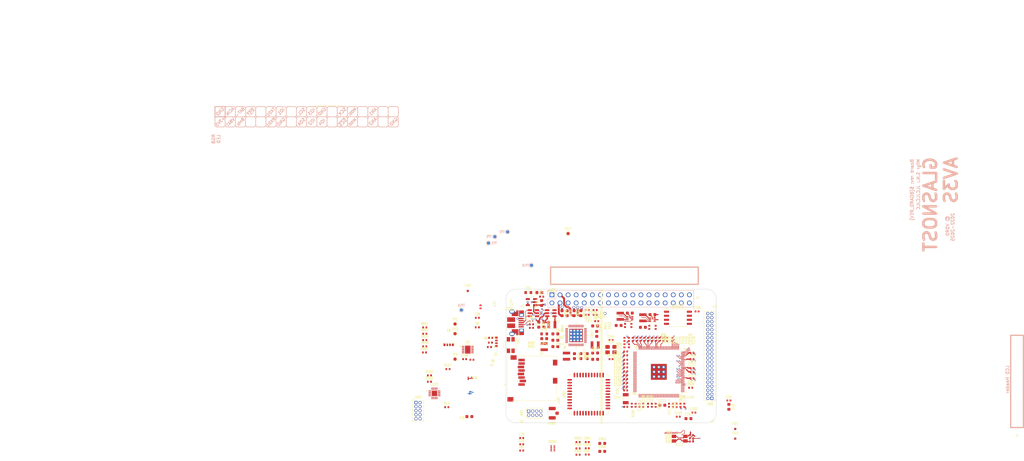
<source format=kicad_pcb>
(kicad_pcb (version 20241229) (generator "pcbnew") (generator_version "9.0")
  (title_block (title "Allwinner A13 SBC") (company "VDRD"))
  (layers (0 "F.Cu" signal) (4 "In1.Cu" power) (6 "In2.Cu" power) (2 "B.Cu" signal) (13 "F.Paste" user) (15 "B.Paste" user) (5 "F.SilkS" user "F.Silkscreen") (7 "B.SilkS" user "B.Silkscreen") (1 "F.Mask" user) (3 "B.Mask" user) (25 "Edge.Cuts" user))
  (net 0 "")
  (net 1 "GND")
  (net 2 "+3V0")
  (net 3 "+1V5")
  (net 4 "Net-(U600-VOUT)")
  (net 5 "Net-(U800-VREF)")
  (net 6 "/PMIC & power rails/vint")
  (net 7 "/PMIC & power rails/lx1")
  (net 8 "/IO Connectors/usb-d-")
  (net 9 "/IO Connectors/usb-d+")
  (net 10 "Net-(U800-LDO3)")
  (net 11 "/PMIC & power rails/pmu_en")
  (net 12 "Net-(D1-GK)")
  (net 13 "+1V2_CPU")
  (net 14 "+3V3")
  (net 15 "+1V2_INT")
  (net 16 "Net-(D1-RK)")
  (net 17 "Net-(D1-BK)")
  (net 18 "BUTTON")
  (net 19 "TOUCH-XL")
  (net 20 "TOUCH-YD")
  (net 21 "TOUCH-XR")
  (net 22 "TOUCH-YU")
  (net 23 "USB0-D-")
  (net 24 "USB0-D+")
  (net 25 "Net-(D3-K)")
  (net 27 "NMI")
  (net 28 "~{RST}")
  (net 29 "SDC0-DET")
  (net 30 "SDC0-D2")
  (net 31 "SDC0-D3")
  (net 32 "SDC0-CMD")
  (net 33 "SDC0-CLK")
  (net 34 "SDC0-D0")
  (net 35 "SDC0-D1")
  (net 36 "+5V_USB")
  (net 37 "Net-(R9-Pad2)")
  (net 41 "LCD_RESET")
  (net 43 "LCD-D23")
  (net 44 "LCD-D22")
  (net 45 "LCD-D21")
  (net 46 "LCD-D20")
  (net 47 "LCD-D19")
  (net 48 "LCD-D18")
  (net 49 "LCD-D15")
  (net 50 "LCD-D14")
  (net 51 "LCD-D13")
  (net 52 "LCD-D12")
  (net 53 "LCD-D11")
  (net 54 "LCD-D10")
  (net 55 "LCD-D7")
  (net 56 "LCD-D6")
  (net 57 "LCD-D5")
  (net 58 "LCD-D4")
  (net 59 "LCD-D3")
  (net 60 "LCD-D2")
  (net 61 "LCD-DE")
  (net 62 "LCD-CLK")
  (net 63 "LCD-HSYNC")
  (net 64 "LCD-VSYNC")
  (net 65 "ACIN")
  (net 66 "VBAT")
  (net 67 "BAT_NTC")
  (net 68 "UART1-TXD")
  (net 69 "UART1-RXD")
  (net 70 "GPIO1")
  (net 71 "Net-(U900-SW)")
  (net 72 "Net-(U600-SW)")
  (net 73 "I2C-SCL")
  (net 74 "I2C-SDA")
  (net 75 "GPIO3")
  (net 76 "GPIO2")
  (net 77 "UART2-TX")
  (net 78 "UART2-RX")
  (net 79 "GPIO4")
  (net 80 "SPI-CLK")
  (net 81 "SPI-CS")
  (net 82 "SPI-MOSI")
  (net 83 "SPI-MISO")
  (net 84 "CAN-TX")
  (net 85 "CAN-RX")
  (net 86 "GPIOA1")
  (net 87 "GPIOA2")
  (net 88 "GPIOA3")
  (net 89 "GPIOA4")
  (net 90 "GPIOA5")
  (net 91 "USB0_ID")
  (net 92 "LED_RED")
  (net 93 "LED_GREEN")
  (net 94 "LED_BLUE")
  (net 95 "PWRON")
  (net 96 "Net-(U800-LX1)")
  (net 97 "IPS")
  (net 98 "Net-(U800-LX2)")
  (net 99 "Net-(U800-LX3)")
  (net 100 "+3V3_LDO")
  (net 101 "Net-(U910-SW)")
  (net 102 "+3V3_RTC")
  (net 103 "PMU-VBUSEN")
  (net 104 "RSB-SDA")
  (net 105 "RSB-SCK")
  (net 106 "LCD_BL")
  (net 107 "Net-(U800-CHGLED)")
  (net 108 "Net-(U600-VFB)")
  (net 109 "Net-(U800-BIAS)")
  (net 110 "Net-(U900-FB)")
  (net 111 "Net-(U910-FB)")
  (net 112 "SDC2-CMD")
  (net 113 "EXTEN")
  (net 114 "+3V3_periph")
  (net 116 "Net-(R20-Pad2)")
  (net 121 "+1V8")
  (net 122 "/CPU Signals/Vhp_bp")
  (net 123 "/CPU Signals/hpcomfb")
  (net 124 "/CPU Signals/vra2")
  (net 125 "VDD_CPU")
  (net 126 "/CPU Signals/vra1")
  (net 127 "+1V2")
  (net 128 "/CPU Signals/svref")
  (net 129 "/CPU Signals/lse-out")
  (net 130 "/CPU Signals/lse-in")
  (net 131 "Net-(U102A-RTC-VIO)")
  (net 132 "/CPU Signals/hse-out")
  (net 133 "/CPU Signals/hse-in")
  (net 134 "/CPU Signals/mic_bias")
  (net 135 "/CPU Signals/hpoutr")
  (net 137 "/CPU Signals/hpoutl")
  (net 138 "/CPU Signals/micin+")
  (net 141 "/CPU Signals/hpcom")
  (net 142 "GPIO_INT")
  (net 143 "/CPU Signals/micin-")
  (net 144 "Net-(U102I-EPHY-RTX)")
  (net 145 "Net-(U102A-SZQ)")
  (net 146 "EPHY-RX-")
  (net 147 "UART1-RX")
  (net 148 "EPHY-TX+")
  (net 149 "USB-ID")
  (net 152 "USB-D-")
  (net 153 "SDC1-D1")
  (net 154 "SDC1-CLK")
  (net 155 "EPHY-RX+")
  (net 158 "SDC1-CMD")
  (net 159 "UART0-RX")
  (net 160 "SDC1-D2")
  (net 161 "SDC1-D0")
  (net 162 "SDC1-D3")
  (net 163 "USR-BTN")
  (net 164 "USB-D+")
  (net 165 "EPHY-TX-")
  (net 166 "EPHY-LINK")
  (net 168 "UART0-TX")
  (net 169 "UART1-TX")
  (net 171 "EPHY-SPD")
  (net 172 "WL_HOST_WAKE")
  (net 173 "BT_WAKE_AP")
  (net 174 "WL_REG_ON")
  (net 175 "BT_DISABLE")
  (net 176 "AP_WAKE_BT")
  (net 179 "Net-(AE901-A)")
  (net 180 "Net-(D8-RK)")
  (net 181 "Net-(D8-GK)")
  (net 182 "Net-(D8-BK)")
  (net 183 "Net-(U901-SDIO_CLK)")
  (footprint "Resistor_SMD:R_0402_1005Metric" (layer "F.Cu") (at 84.99 96.03)
    (property "Reference" "R801")
    (property "Value" "1.8k")
  )
  (footprint "Capacitor_SMD:C_0603_1608Metric" (layer "F.Cu") (at 134 105.064194 -90)
    (property "Reference" "C807")
    (property "Value" "10uF")
  )
  (footprint "sdio:lga44_12x12mm_P0.9" (layer "F.Cu") (at 136.5 117 90)
    (property "Reference" "U901")
    (property "Value" "RTL8723BS")
  )
  (footprint "Button_Switch_SMD:SW_SPST_EVQP7C" (layer "F.Cu") (at 165.05 131)
    (property "Reference" "SW1")
    (property "Value" "SW_Push")
  )
  (footprint "Resistor_SMD:R_0402_1005Metric" (layer "F.Cu") (at 133.13 134.06)
    (property "Reference" "R904")
    (property "Value" "33k")
  )
  (footprint "Capacitor_SMD:C_0402_1005Metric" (layer "F.Cu") (at 101.5 93)
    (property "Reference" "C38")
    (property "Value" "100nF")
  )
  (footprint "Capacitor_SMD:C_0402_1005Metric" (layer "F.Cu") (at 153.9 99.8 90)
    (property "Reference" "C127")
    (property "Value" "1uF")
  )
  (footprint "MountingHole:MountingHole_2.7mm_M2.5_DIN965" (layer "F.Cu") (at 113.5 123.064194 45)
    (property "Reference" "H2")
    (property "Value" "MountingHole")
  )
  (footprint "Inductor_SMD:L_Wuerth_MAPI-2510" (layer "F.Cu") (at 146.386111 92.51389 -90)
    (property "Reference" "L910")
    (property "Value" "1uH")
  )
  (footprint "Capacitor_SMD:C_0402_1005Metric" (layer "F.Cu") (at 155.1 99.8 90)
    (property "Reference" "C121")
    (property "Value" "1uF")
  )
  (footprint "Capacitor_SMD:C_0402_1005Metric" (layer "F.Cu") (at 148.1 111.04 180)
    (property "Reference" "C131")
    (property "Value" "1uF")
  )
  (footprint "Capacitor_SMD:C_0603_1608Metric" (layer "F.Cu") (at 122.5 99.564194 180)
    (property "Reference" "C843")
    (property "Value" "10uF")
  )
  (footprint "Package_TO_SOT_SMD:SOT-23-5" (layer "F.Cu") (at 118.5 88.064194 180)
    (property "Reference" "U700")
    (property "Value" "AP22811")
  )
  (footprint "Package_DFN_QFN:QFN-48-1EP_6x6mm_P0.4mm_EP4.2x4.2mm_ThermalVias" (layer "F.Cu") (at 132.5 98.564194 90)
    (property "Reference" "U800")
    (property "Value" "AXP209")
  )
  (footprint "Capacitor_SMD:C_0402_1005Metric" (layer "F.Cu") (at 149.1 99.8 -90)
    (property "Reference" "C137")
    (property "Value" "100nF")
  )
  (footprint "Capacitor_SMD:C_0402_1005Metric" (layer "F.Cu") (at 168.9 110)
    (property "Reference" "C125")
    (property "Value" "1uF")
  )
  (footprint "Inductor_SMD:L_Wuerth_MAPI-2510" (layer "F.Cu") (at 153.5 93 -90)
    (property "Reference" "L1" (hide yes))
    (property "Value" "1uH")
  )
  (footprint "Capacitor_SMD:C_0402_1005Metric" (layer "F.Cu") (at 136 92.064194)
    (property "Reference" "C826")
    (property "Value" "1uF")
  )
  (footprint "Capacitor_SMD:C_0402_1005Metric" (layer "F.Cu") (at 152.4 120.5 -90)
    (property "Reference" "C122")
    (property "Value" "1uF")
  )
  (footprint "Package_DFN_QFN:QFN-16-1EP_3x3mm_P0.5mm_EP1.7x1.7mm" (layer "F.Cu") (at 88.0375 116.75)
    (property "Reference" "U103")
    (property "Value" "PCA6408A")
  )
  (footprint "Capacitor_SMD:C_0603_1608Metric" (layer "F.Cu") (at 156.5 92 180)
    (property "Reference" "C901" (hide yes))
    (property "Value" "10uF")
  )
  (footprint "MountingHole:MountingHole_2.7mm_M2.5_DIN965" (layer "F.Cu") (at 173.5 87.064194)
    (property "Reference" "H3")
    (property "Value" "MountingHole")
  )
  (footprint "Resistor_SMD:R_0402_1005Metric" (layer "F.Cu") (at 86.4625 113.1)
    (property "Reference" "R103")
    (property "Value" "0")
  )
  (footprint "led:rgb-1204" (layer "F.Cu") (at 107 100.564194 90)
    (property "Reference" "D1")
    (property "Value" "LED_RGBA")
  )
  (footprint "Capacitor_SMD:C_0603_1608Metric" (layer "F.Cu") (at 180.5 121 -90)
    (property "Reference" "C43")
    (property "Value" "10uF")
  )
  (footprint "TestPoint:TestPoint_Pad_D1.0mm" (layer "F.Cu") (at 94.5 106)
    (property "Reference" "TP6")
    (property "Value" "TestPoint")
  )
  (footprint "MountingHole:MountingHole_2.7mm_M2.5_DIN965" (layer "F.Cu") (at 113.5 87.064194 -45)
    (property "Reference" "H1")
    (property "Value" "MountingHole")
  )
  (footprint "Capacitor_SMD:C_0402_1005Metric" (layer "F.Cu") (at 157.5 99.8 90)
    (property "Reference" "C120")
    (property "Value" "1uF")
  )
  (footprint "Capacitor_SMD:C_0603_1608Metric" (layer "F.Cu") (at 131.9 91.564194 90)
    (property "Reference" "C833")
    (property "Value" "10uF")
  )
  (footprint "Connector_USB:USB_Micro-B_Amphenol_10103594-0001LF_Horizontal" (layer "F.Cu") (at 113.5 94.564194 -90)
    (property "Reference" "J100")
    (property "Value" "USB_B_Micro")
  )
  (footprint "Capacitor_SMD:C_0603_1608Metric" (layer "F.Cu") (at 120.8 95.164194 -90)
    (property "Reference" "C701")
    (property "Value" "10uF")
  )
  (footprint "Capacitor_SMD:C_0603_1608Metric" (layer "F.Cu") (at 159.6 120.5)
    (property "Reference" "C111")
    (property "Value" "10uF")
  )
  (footprint "Inductor_SMD:L_Wuerth_MAPI-2512" (layer "F.Cu") (at 138.5 101.564194)
    (property "Reference" "L5")
    (property "Value" "4.7uH")
  )
  (footprint "Capacitor_SMD:C_0603_1608Metric" (layer "F.Cu") (at 167.8 124.7)
    (property "Reference" "C102")
    (property "Value" "10uF")
  )
  (footprint "Capacitor_SMD:C_0402_1005Metric" (layer "F.Cu") (at 148.1 103.6 180)
    (property "Reference" "C101")
    (property "Value" "100nF")
  )
  (footprint "Capacitor_SMD:C_0603_1608Metric" (layer "F.Cu") (at 122.4 95.164194 -90)
    (property "Reference" "C601")
    (property "Value" "10uF")
  )
  (footprint "Capacitor_SMD:C_0402_1005Metric" (layer "F.Cu") (at 148.1 109.84 180)
    (property "Reference" "C109")
    (property "Value" "100nF")
  )
  (footprint "TestPoint:TestPoint_Pad_D1.0mm" (layer "F.Cu") (at 94.5 94.95)
    (property "Reference" "TP1")
    (property "Value" "TestPoint")
  )
  (footprint "Resistor_SMD:R_0402_1005Metric" (layer "F.Cu") (at 84.99 102)
    (property "Reference" "R848")
    (property "Value" "47k")
  )
  (footprint "Capacitor_SMD:C_0402_1005Metric" (layer "F.Cu") (at 148.1 108.6 180)
    (property "Reference" "C112")
    (property "Value" "100nF")
  )
  (footprint "Resistor_SMD:R_0603_1608Metric" (layer "F.Cu") (at 117.5 85.064194)
    (property "Reference" "TH1")
    (property "Value" "Thermistor_NTC")
  )
  (footprint "Package_TO_SOT_SMD:SOT-23-6" (layer "F.Cu") (at 119.1 91.564194)
    (property "Reference" "U1")
    (property "Value" "USBLC6-2P6")
  )
  (footprint "Capacitor_SMD:C_0402_1005Metric" (layer "F.Cu") (at 148.1 106.2 180)
    (property "Reference" "C135")
    (property "Value" "100nF")
  )
  (footprint "Capacitor_SMD:C_0402_1005Metric" (layer "F.Cu") (at 136.02 134.03)
    (property "Reference" "C905")
    (property "Value" "100nF")
  )
  (footprint "Resistor_SMD:R_0402_1005Metric" (layer "F.Cu") (at 150 120.5 90)
    (property "Reference" "R108")
    (property "Value" "10M")
  )
  (footprint "Crystal:Crystal_SMD_3215-2Pin_3.2x1.5mm" (layer "F.Cu") (at 148.1 118.44 90)
    (property "Reference" "Y101")
    (property "Value" "Crystal_Small")
  )
  (footprint "Capacitor_SMD:C_0402_1005Metric" (layer "F.Cu") (at 155.1 120.5 -90)
    (property "Reference" "C136")
    (property "Value" "1uF")
  )
  (footprint "Capacitor_SMD:C_0402_1005Metric" (layer "F.Cu") (at 97.5 106)
    (property "Reference" "C106")
    (property "Value" "1uF")
  )
  (footprint "Resistor_SMD:R_0402_1005Metric" (layer "F.Cu") (at 147.7 99.8 90)
    (property "Reference" "R105")
    (property "Value" "2.2k")
  )
  (footprint "Resistor_SMD:R_0402_1005Metric" (layer "F.Cu") (at 168.75 131.9 180)
    (property "Reference" "R20")
    (property "Value" "6.8k")
  )
  (footprint "Resistor_SMD:R_0402_1005Metric" (layer "F.Cu") (at 157.5 96 90)
    (property "Reference" "R902" (hide yes))
    (property "Value" "133k")
  )
  (footprint "Resistor_SMD:R_0402_1005Metric" (layer "F.Cu") (at 133.13 132.07)
    (property "Reference" "R903")
    (property "Value" "33k")
  )
  (footprint "Capacitor_SMD:C_0402_1005Metric" (layer "F.Cu") (at 153.6 120.5 -90)
    (property "Reference" "C128")
    (property "Value" "1uF")
  )
  (footprint "Resistor_SMD:R_0402_1005Metric" (layer "F.Cu") (at 157.5 120.5 -90)
    (property "Reference" "R104")
    (property "Value" "0")
  )
  (footprint "Capacitor_SMD:C_0603_1608Metric" (layer "F.Cu") (at 132 105.064194 -90)
    (property "Reference" "C810")
    (property "Value" "10uF")
  )
  (footprint "Capacitor_SMD:C_0402_1005Metric" (layer "F.Cu") (at 168.9 108.8)
    (property "Reference" "C113")
    (property "Value" "1uF")
  )
  (footprint "Capacitor_SMD:C_0402_1005Metric" (layer "F.Cu") (at 151.5 99.8 90)
    (property "Reference" "C134")
    (property "Value" "100nF")
  )
  (footprint "Capacitor_SMD:C_0402_1005Metric" (layer "F.Cu") (at 164.6 124.1)
    (property "Reference" "C105")
    (property "Value" "100nF")
  )
  (footprint "Capacitor_SMD:C_0402_1005Metric" (layer "F.Cu") (at 168.9 106)
    (property "Reference" "C115")
    (property "Value" "1uF")
  )
  (footprint "Capacitor_SMD:C_0402_1005Metric" (layer "F.Cu") (at 148.1 115.84 180)
    (property "Reference" "C140")
    (property "Value" "22pF")
  )
  (footprint "Resistor_SMD:R_0402_1005Metric" (layer "F.Cu") (at 86.4625 111.11)
    (property "Reference" "R102")
    (property "Value" "2.2k")
  )
  (footprint "Resistor_SMD:R_0402_1005Metric" (layer "F.Cu") (at 92.2825 109.12)
    (property "Reference" "R107")
    (property "Value" "6.04k")
  )
  (footprint "Capacitor_SMD:C_0603_1608Metric" (layer "F.Cu") (at 153.5 96 180)
    (property "Reference" "C902" (hide yes))
    (property "Value" "10uF")
  )
  (footprint "Capacitor_SMD:C_0402_1005Metric" (layer "F.Cu") (at 148.1 114.64 180)
    (property "Reference" "C126")
    (property "Value" "1uF")
  )
  (footprint "Capacitor_SMD:C_0402_1005Metric" (layer "F.Cu") (at 170.5 91)
    (property "Reference" "C108")
    (property "Value" "1uF")
  )
  (footprint "Capacitor_SMD:C_0603_1608Metric" (layer "F.Cu") (at 126 100.064194 180)
    (property "Reference" "C860")
    (property "Value" "4.7uF")
  )
  (footprint "Resistor_SMD:R_0402_1005Metric" (layer "F.Cu") (at 138.5 90.564194)
    (property "Reference" "R823")
    (property "Value" "200K")
  )
  (footprint "Resistor_SMD:R_0402_1005Metric" (layer "F.Cu") (at 148.1 107.4 180)
    (property "Reference" "R109")
    (property "Value" "240")
  )
  (footprint "Inductor_SMD:L_Wuerth_MAPI-2510" (layer "F.Cu") (at 124.9 95.164194 180)
    (property "Reference" "L2")
    (property "Value" "4.7uH")
  )
  (footprint "Capacitor_SMD:C_0603_1608Metric" (layer "F.Cu") (at 149.386111 91.513889 180)
    (property "Reference" "C910")
    (property "Value" "10uF")
  )
  (footprint "Capacitor_SMD:C_0402_1005Metric" (layer "F.Cu") (at 115.4425 134.74)
    (property "Reference" "C81")
    (property "Value" "1uF")
  )
  (footprint "Capacitor_SMD:C_0603_1608Metric" (layer "F.Cu") (at 134 91.564194 90)
    (property "Reference" "C831")
    (property "Value" "10uF")
  )
  (footprint "Capacitor_SMD:C_0603_1608Metric" (layer "F.Cu") (at 140.725 135)
    (property "Reference" "C906")
    (property "Value" "4.7uF")
  )
  (footprint "Resistor_SMD:R_0402_1005Metric" (layer "F.Cu") (at 101.5 96)
    (property "Reference" "R9")
    (property "Value" "1k")
  )
  (footprint "Capacitor_SMD:C_0402_1005Metric" (layer "F.Cu") (at 169.5 122.8)
    (property "Reference" "C103")
    (property "Value" "1uF")
  )
  (footprint "Connector_PinHeader_1.27mm:PinHeader_2x05_P1.27mm_Vertical" (layer "F.Cu") (at 82.23 119.66)
    (property "Reference" "J102")
    (property "Value" "Conn_02x05_Odd_Even")
  )
  (footprint "Capacitor_SMD:C_0603_1608Metric" (layer "F.Cu") (at 140.725 132.49)
    (property "Reference" "C903")
    (property "Value" "4.7uF")
  )
  (footprint "Resistor_SMD:R_0402_1005Metric" (layer "F.Cu") (at 121.7 86.364194)
    (property "Reference" "R21")
    (property "Value" "2.2k")
  )
  (footprint "Capacitor_SMD:C_0402_1005Metric" (layer "F.Cu") (at 148.1 121 180)
    (property "Reference" "C141")
    (property "Value" "22pF")
  )
  (footprint "Capacitor_SMD:C_0603_1608Metric" (layer "F.Cu") (at 129.7 91.564194 90)
    (property "Reference" "C835")
    (property "Value" "10uF")
  )
  (footprint "Capacitor_SMD:C_0402_1005Metric" (layer "F.Cu") (at 162.9 120.5 -90)
    (property "Reference" "C107")
    (property "Value" "1uF")
  )
  (footprint "Capacitor_SMD:C_0402_1005Metric" (layer "F.Cu") (at 99.8 106.2)
    (property "Reference" "C36")
    (property "Value" "1uF")
  )
  (footprint "Resistor_SMD:R_0402_1005Metric" (layer "F.Cu") (at 168.5 115)
    (property "Reference" "R906")
    (property "Value" "22")
  )
  (footprint "allwinner:QFP-128_14x14_Pitch0.4mm" (layer "F.Cu") (at 158.5 110 180)
    (property "Reference" "U102")
    (property "Value" "V3s")
  )
  (footprint "Capacitor_SMD:C_0402_1005Metric" (layer "F.Cu") (at 152.7 99.8 90)
    (property "Reference" "C104")
    (property "Value" "1uF")
  )
  (footprint "Capacitor_SMD:C_0402_1005Metric" (layer "F.Cu") (at 149.1 101.8 -90)
    (property "Reference" "C138")
    (property "Value" "100nF")
  )
  (footprint "Capacitor_SMD:C_0402_1005Metric" (layer "F.Cu") (at 136.02 136)
    (property "Reference" "C907")
    (property "Value" "100nF")
  )
  (footprint "MountingHole:MountingHole_2.7mm_M2.5_DIN965" (layer "F.Cu") (at 173.5 123.064194 -135)
    (property "Reference" "H4")
    (property "Value" "MountingHole")
  )
  (footprint "Capacitor_SMD:C_0402_1005Metric" (layer "F.Cu") (at 156.3 99.8 90)
    (property "Reference" "C123")
    (property "Value" "1uF")
  )
  (footprint "Resistor_SMD:R_0402_1005Metric" (layer "F.Cu") (at 84.9 103.9)
    (property "Reference" "R804")
    (property "Value" "2.2k")
  )
  (footprint "Fiducial:Fiducial_0.75mm_Mask1.5mm" (layer "F.Cu") (at 182.5 131)
    (property "Reference" "FID2")
    (property "Value" "Fiducial")
  )
  (footprint "Capacitor_SMD:C_0603_1608Metric" (layer "F.Cu") (at 99 124.064194 180)
    (property "Reference" "C35")
    (property "Value" "100nF")
  )
  (footprint "Resistor_SMD:R_0402_1005Metric" (layer "F.Cu") (at 118.5 95.064194 180)
    (property "Reference" "R602")
    (property "Value" "562k")
  )
  (footprint "Resistor_SMD:R_0402_1005Metric" (layer "F.Cu") (at 84.99 100.01)
    (property "Reference" "R825")
    (property "Value" "47k")
  )
  (footprint "Capacitor_SMD:C_0402_1005Metric" (layer "F.Cu") (at 148.1 104.8 180)
    (property "Reference" "C110")
    (property "Value" "1nF")
  )
  (footprint "Capacitor_SMD:C_0603_1608Metric" (layer "F.Cu") (at 138.5 95.564194)
    (property "Reference" "C821")
    (property "Value" "4.7uF")
  )
  (footprint "Capacitor_SMD:C_0603_1608Metric" (layer "F.Cu") (at 126 102.064194 180)
    (property "Reference" "C844")
    (property "Value" "4.7uF")
  )
  (footprint "Fiducial:Fiducial_0.75mm_Mask1.5mm" (layer "F.Cu") (at 98.5 84.564194)
    (property "Reference" "FID3")
    (property "Value" "Fiducial")
  )
  (footprint "Capacitor_SMD:C_0402_1005Metric" (layer "F.Cu") (at 159.9 99.8 90)
    (property "Reference" "C908")
    (property "Value" "1uF")
  )
  (footprint "Capacitor_SMD:C_0402_1005Metric" (layer "F.Cu") (at 139 94.064194)
    (property "Reference" "C8211")
    (property "Value" "100nF")
  )
  (footprint "Resistor_SMD:R_0402_1005Metric" (layer "F.Cu") (at 155.5 96 90)
    (property "Reference" "R901" (hide yes))
    (property "Value" "200k")
  )
  (footprint "Capacitor_SMD:C_0402_1005Metric" (layer "F.Cu") (at 143.5 106)
    (property "Reference" "C143")
    (property "Value" "22pF")
  )
  (footprint "Capacitor_SMD:C_0402_1005Metric" (layer "F.Cu") (at 136 90.564194)
    (property "Reference" "C828")
    (property "Value" "1uF")
  )
  (footprint "Capacitor_SMD:C_0402_1005Metric" (layer "F.Cu") (at 161.7 120.5 -90)
    (property "Reference" "C117")
    (property "Value" "1uF")
  )
  (footprint "Capacitor_SMD:C_0402_1005Metric" (layer "F.Cu") (at 166.5 120.5 -90)
    (property "Reference" "C139")
    (property "Value" "100nF")
  )
  (footprint "gct:MEM20610118800A" (layer "F.Cu") (at 115.3875 106.279194 -90)
    (property "Reference" "J101")
    (property "Value" "Micro_SD_Card_Det" (hide yes))
  )
  (footprint "Capacitor_SMD:C_0402_1005Metric" (layer "F.Cu") (at 158.7 99.8 90)
    (property "Reference" "C119")
    (property "Value" "1uF")
  )
  (footprint "Resistor_SMD:R_Array_Concave_4x0402" (layer "F.Cu") (at 125.195 134.05)
    (property "Reference" "RN901")
    (property "Value" "33k")
  )
  (footprint "Capacitor_SMD:C_0603_1608Metric" (layer "F.Cu") (at 136 105.064194 -90)
    (property "Reference" "C811")
    (property "Value" "4.7uF")
  )
  (footprint "Capacitor_SMD:C_0402_1005Metric" (layer "F.Cu") (at 168.9 112)
    (property "Reference" "C114")
    (property "Value" "1uF")
  )
  (footprint "Resistor_SMD:R_0402_1005Metric" (layer "F.Cu") (at 84.99 98.02)
    (property "Reference" "R802")
    (property "Value" "1.8k")
  )
  (footprint "Capacitor_SMD:C_0402_1005Metric" (layer "F.Cu") (at 115.4425 130.8)
    (property "Reference" "C79")
    (property "Value" "1uF")
  )
  (footprint "Capacitor_SMD:C_0603_1608Metric" (layer "F.Cu") (at 145.886111 95.413889 180)
    (property "Reference" "C911")
    (property "Value" "10uF")
  )
  (footprint "Capacitor_SMD:C_0402_1005Metric" (layer "F.Cu") (at 156.3 120.5 -90)
    (property "Reference" "C130")
    (property "Value" "1uF")
  )
  (footprint "Resistor_SMD:R_0402_1005Metric" (layer "F.Cu") (at 105.6 100.8 180)
    (property "Reference" "R6")
    (property "Value" "180")
  )
  (footprint "Capacitor_SMD:C_0402_1005Metric" (layer "F.Cu") (at 115.4425 132.77)
    (property "Reference" "C80")
    (property "Value" "100nF")
  )
  (footprint "Capacitor_SMD:C_0402_1005Metric" (layer "F.Cu") (at 162.7 99.8 90)
    (property "Reference" "C118")
    (property "Value" "1uF")
  )
  (footprint "LED_SMD:LED_0603_1608Metric" (layer "F.Cu") (at 121 85.064194)
    (property "Reference" "D3")
    (property "Value" "LED_Small")
  )
  (footprint "Inductor_SMD:L_Wuerth_MAPI-2512" (layer "F.Cu") (at 129.5 105.064194 -90)
    (property "Reference" "L4")
    (property "Value" "4.7uH")
  )
  (footprint "Inductor_SMD:L_Wuerth_MAPI-2512" (layer "F.Cu") (at 122.5 102.064194 90)
    (property "Reference" "L3")
    (property "Value" "4.7uH")
  )
  (footprint "Package_TO_SOT_SMD:SOT-23-6" (layer "F.Cu") (at 124.6 91.564194 180)
    (property "Reference" "U600")
    (property "Value" "MCP1640CH")
  )
  (footprint "Connector_PinHeader_1.27mm:PinHeader_2x22_P1.27mm_Vertical" (layer "F.Cu") (at 175.135 118.335 180)
    (property "Reference" "J300")
    (property "Value" "Conn_02x22_Odd_Even")
  )
  (footprint "Package_TO_SOT_SMD:SOT-563" (layer "F.Cu") (at 156.45 93.6 180)
    (property "Reference" "U900" (hide yes))
    (property "Value" "AP61100")
  )
  (footprint "Capacitor_SMD:C_0402_1005Metric" (layer "F.Cu") (at 143.5 100)
    (property "Reference" "C144")
    (property "Value" "22pF")
  )
  (footprint "Capacitor_SMD:C_0402_1005Metric" (layer "F.Cu") (at 150.3 99.8 90)
    (property "Reference" "C129")
    (property "Value" "1uF")
  )
  (footprint "Resistor_SMD:R_0402_1005Metric" (layer "F.Cu") (at 149.886111 95.413889 90)
    (property "Reference" "R910")
    (property "Value" "~")
  )
  (footprint "TestPoint:TestPoint_Pad_D1.0mm" (layer "F.Cu") (at 130.01 66.53)
    (property "Reference" "TP17")
    (property "Value" "TestPoint")
  )
  (footprint "Capacitor_SMD:C_0603_1608Metric" (layer "F.Cu") (at 138.5 106.064194)
    (property "Reference" "C812")
    (property "Value" "4.7uF")
  )
  (footprint "Capacitor_SMD:C_0402_1005Metric" (layer "F.Cu") (at 136.02 132.06)
    (property "Reference" "C904")
    (property "Value" "100nF")
  )
  (footprint "Capacitor_SMD:C_0603_1608Metric" (layer "F.Cu") (at 128.1 91.564194 90)
    (property "Reference" "C839")
    (property "Value" "10uF")
  )
  (footprint "Diode_SMD:D_SOD-923" (layer "F.Cu") (at 118.5 94.064194)
    (property "Reference" "D2")
    (property "Value" "ESD9B5.0ST5G")
  )
  (footprint "Crystal:Crystal_SMD_3225-4Pin_3.2x2.5mm" (layer "F.Cu") (at 143.5 103)
    (property "Reference" "Y102")
    (property "Value" "24MHz")
  )
  (footprint "Capacitor_SMD:C_0603_1608Metric" (layer "F.Cu") (at 139 98.064194 90)
    (property "Reference" "C817")
    (property "Value" "10uF")
  )
  (footprint "Capacitor_SMD:C_0402_1005Metric" (layer "F.Cu") (at 148.1 112.24 180)
    (property "Reference" "C124")
    (property "Value" "1uF")
  )
  (footprint "Capacitor_SMD:C_0603_1608Metric" (layer "F.Cu") (at 138.5 104.064194)
    (property "Reference" "C813")
    (property "Value" "10uF")
  )
  (footprint "Package_DFN_QFN:DFN-10-1EP_3x3mm_P0.5mm_EP1.7x2.5mm" (layer "F.Cu") (at 98.5 103)
    (property "Reference" "U5")
    (property "Value" "IS31FL3193")
  )
  (footprint "Capacitor_SMD:C_0402_1005Metric" (layer "F.Cu") (at 151.2 120.5 -90)
    (property "Reference" "C142")
    (property "Value" "4.7uF")
  )
  (footprint "Resistor_SMD:R_0402_1005Metric" (layer "F.Cu") (at 133.13 136.05)
    (property "Reference" "R905")
    (property "Value" "33k")
  )
  (footprint "Fiducial:Fiducial_0.75mm_Mask1.5mm" (layer "F.Cu") (at 182.5 127.95)
    (property "Reference" "FID1")
    (property "Value" "Fiducial")
  )
  (footprint "Resistor_SMD:R_0402_1005Metric" (layer "F.Cu") (at 105.7 99.3 180)
    (property "Reference" "R8")
    (property "Value" "180")
  )
  (footprint "Capacitor_SMD:C_0603_1608Metric" (layer "F.Cu") (at 121.7 88.364194 90)
    (property "Reference" "C702")
    (property "Value" "10uF")
  )
  (footprint "TestPoint:TestPoint_Pad_D1.0mm" (layer "F.Cu") (at 94.5 98)
    (property "Reference" "TP15")
    (property "Value" "TestPoint")
  )
  (footprint "Resistor_SMD:R_0402_1005Metric" (layer "F.Cu") (at 147.886111 95.413889 90)
    (property "Reference" "R911")
    (property "Value" "200k")
  )
  (footprint "Connector_Coaxial:U.FL_Hirose_U.FL-R-SMT-1_Vertical" (layer "F.Cu") (at 125.5 123 180)
    (property "Reference" "AE901")
    (property "Value" "Antenna_Shield")
  )
  (footprint "Resistor_SMD:R_0402_1005Metric" (layer "F.Cu") (at 105.3 102.2 180)
    (property "Reference" "R7")
    (property "Value" "180")
  )
  (footprint "Resistor_SMD:R_0402_1005Metric" (layer "F.Cu") (at 118.5 96.164194 180)
    (property "Reference" "R601")
    (property "Value" "976k")
  )
  (footprint "Button_Switch_SMD:SW_SPST_EVQP7C" (layer "F.Cu") (at 112 101.564194 -90)
    (property "Reference" "SW2")
    (property "Value" "SW_Push")
  )
  (footprint "Capacitor_SMD:C_0402_1005Metric" (layer "F.Cu") (at 102.5 89.564194 -90)
    (property "Reference" "C37")
    (property "Value" "100nF")
  )
  (footprint "Package_SO:SOIC-8_5.3x5.3mm_P1.27mm" (layer "F.Cu") (at 164.5 93)
    (property "Reference" "U902")
    (property "Value" "W25Q128JVS")
  )
  (footprint "Resistor_SMD:R_0603_1608Metric" (layer "F.Cu") (at 122.5 98.064194)
    (property "Reference" "R18")
    (property "Value" "30m")
  )
  (footprint "Capacitor_SMD:C_0402_1005Metric" (layer "F.Cu") (at 168.9 104)
    (property "Reference" "C116")
    (property "Value" "1uF")
  )
  (footprint "Capacitor_SMD:C_0402_1005Metric" (layer "F.Cu") (at 138.5 92.064194)
    (property "Reference" "C824")
    (property "Value" "1uF")
  )
  (footprint "Resistor_SMD:R_0402_1005Metric" (layer "F.Cu") (at 161.1 99.8 90)
    (property "Reference" "R701")
    (property "Value" "100K")
  )
  (footprint "Resistor_SMD:R_0402_1005Metric" (layer "F.Cu") (at 168.75 130.9)
    (property "Reference" "R19")
    (property "Value" "100k")
  )
  (footprint "Resistor_SMD:R_0402_1005Metric" (layer "F.Cu") (at 164.1 120.5 90)
    (property "Reference" "R101")
    (property "Value" "200k")
  )
  (footprint "Capacitor_SMD:C_0402_1005Metric" (layer "F.Cu") (at 148.1 113.44 180)
    (property "Reference" "C133")
    (property "Value" "1uF")
  )
  (footprint "Capacitor_SMD:C_0603_1608Metric" (layer "F.Cu") (at 126 98.064194 180)
    (property "Reference" "C840")
    (property "Value" "10uF")
  )
  (footprint "Resistor_SMD:R_0402_1005Metric" (layer "F.Cu") (at 147.7 101.8 90)
    (property "Reference" "R106")
    (property "Value" "2.2k")
  )
  (footprint "Connector_PinSocket_1.27mm:PinSocket_2x04_P1.27mm_Vertical" (layer "F.Cu") (at 117.6 122.355 90)
    (property "Reference" "J901")
    (property "Value" "Conn_01x08")
  )
  (footprint "Package_TO_SOT_SMD:SOT-563" (layer "F.Cu") (at 149.386111 93.113889 180)
    (property "Reference" "U910")
    (property "Value" "AP61100")
  )
  (footprint "led:rgb-1204" (layer "F.Cu") (at 92.5 101)
    (property "Reference" "D8")
    (property "Value" "LED_RGBA")
  )
  (footprint "Capacitor_SMD:C_0402_1005Metric" (layer "F.Cu") (at 180.5 119)
    (property "Reference" "C44")
    (property "Value" "100nF")
  )
  (footprint "Resistor_SMD:R_0402_1005Metric" (layer "F.Cu") (at 91.9 121.1)
    (property "Reference" "R16")
    (property "Value" "47k")
  )
  (footprint "Capacitor_SMD:C_0402_1005Metric" (layer "F.Cu") (at 168.75 129.9 180)
    (property "Reference" "C45")
    (property "Value" "100nF")
  )
  (footprint "Capacitor_SMD:C_0402_1005Metric" (layer "F.Cu") (at 165.3 120.5 -90)
    (property "Reference" "C132")
    (property "Value" "1uF")
  )
  (footprint "TestPoint:TestPoint_Pad_D1.0mm" (layer "B.Cu") (at 107 67.5 180)
    (property "Reference" "TP5")
    (property "Value" "TestPoint")
  )
  (footprint "TestPoint:TestPoint_Pad_D1.0mm" (layer "B.Cu") (at 105 69.5 -135)
    (property "Reference" "TP3")
    (property "Value" "TestPoint")
  )
  (footprint "TestPoint:TestPoint_Pad_D1.0mm" (layer "B.Cu") (at 96.5 90.564194 180)
    (property "Reference" "TP16")
    (property "Value" "TestPoint")
  )
  (footprint "TestPoint:TestPoint_Pad_D1.0mm" (layer "B.Cu") (at 118.5 76.5 180)
    (property "Reference" "TP10")
    (property "Value" "TestPoint")
  )
  (footprint "Connector_PinHeader_2.54mm:PinHeader_2x18_P2.54mm_Vertical" (layer "B.Cu") (at 124.925 85.789194 -90)
    (property "Reference" "J1")
    (property "Value" "Conn_02x18_Odd_Even")
  )
  (footprint "TestPoint:TestPoint_Pad_D1.0mm" (layer "B.Cu") (at 111 66 90)
    (property "Reference" "TP2")
    (property "Value" "TestPoint")
  )
  (gr_line (start 59.3 26.7) (end 59.3 26.5) (stroke (width 0.127)) (layer "F.SilkS"))
  (gr_line (start 50.2 26.8) (end 50.7 26.3) (stroke (width 0.127)) (layer "F.SilkS"))
  (gr_line (start 270.5 130) (end 271.5 130) (stroke (width 0.127)) (layer "F.SilkS"))
  (gr_line (start 59.3 26.5) (end 59.1 26.7) (stroke (width 0.127)) (layer "F.SilkS"))
  (gr_line (start 271 129.5) (end 271 130.5) (stroke (width 0.127)) (layer "F.SilkS"))
  (gr_line (start 58.8 26.3) (end 59.3 26.7) (stroke (width 0.127)) (layer "F.SilkS"))
  (gr_line (start 50.7 26.3) (end 56.8 26.3) (stroke (width 0.127)) (layer "F.SilkS"))
  (gr_line (start 140.5 126.064194) (end 140.5 84.064194) (stroke (width 0.5)) (layer "F.SilkS"))
  (gr_rect (start 124.5 77.064194) (end 170.9 82.469194) (stroke (width 0.4)) (fill no) (layer "F.SilkS"))
  (gr_line (start 56.8 26.3) (end 58.8 26.3) (stroke (width 0.127)) (layer "F.SilkS"))
  (gr_line (start 59.1 26.7) (end 59.3 26.7) (stroke (width 0.127)) (layer "F.SilkS"))
  (gr_line (start 28.7 32.6) (end 28.7 30.2) (stroke (width 0.2)) (layer "B.SilkS"))
  (gr_line (start 66.7 33) (end 67.1 32.6) (stroke (width 0.2)) (layer "B.SilkS"))
  (gr_line (start 38.3 29.4) (end 38.3 27) (stroke (width 0.2)) (layer "B.SilkS"))
  (gr_line (start 44.7 27) (end 44.3 26.6) (stroke (width 0.2)) (layer "B.SilkS"))
  (gr_line (start 35.1 27) (end 35.5 26.6) (stroke (width 0.2)) (layer "B.SilkS"))
  (gr_line (start 54.3 32.6) (end 54.7 33) (stroke (width 0.2)) (layer "B.SilkS"))
  (gr_line (start 37.9 33) (end 38.3 32.6) (stroke (width 0.2)) (layer "B.SilkS"))
  (gr_line (start 76.7 27) (end 76.3 26.6) (stroke (width 0.2)) (layer "B.SilkS"))
  (gr_line (start 51.1 29.4) (end 51.1 27) (stroke (width 0.2)) (layer "B.SilkS"))
  (gr_line (start 38.7 29.8) (end 41.1 29.8) (stroke (width 0.2)) (layer "B.SilkS"))
  (gr_line (start 25.1 33) (end 25.5 32.6) (stroke (width 0.2)) (layer "B.SilkS"))
  (gr_line (start 45.1 33) (end 47.5 33) (stroke (width 0.2)) (layer "B.SilkS"))
  (gr_line (start 38.3 32.6) (end 38.7 33) (stroke (width 0.2)) (layer "B.SilkS"))
  (gr_line (start 35.5 29.8) (end 37.9 29.8) (stroke (width 0.2)) (layer "B.SilkS"))
  (gr_line (start 73.9 29.8) (end 76.3 29.8) (stroke (width 0.2)) (layer "B.SilkS"))
  (gr_line (start 76.7 32.6) (end 76.7 30.2) (stroke (width 0.2)) (layer "B.SilkS"))
  (gr_line (start 67.1 30.2) (end 66.7 29.8) (stroke (width 0.2)) (layer "B.SilkS"))
  (gr_line (start 45.1 26.6) (end 47.5 26.6) (stroke (width 0.2)) (layer "B.SilkS"))
  (gr_line (start 31.5 29.8) (end 31.9 29.4) (stroke (width 0.2)) (layer "B.SilkS"))
  (gr_line (start 66.7 29.8) (end 67.1 29.4) (stroke (width 0.2)) (layer "B.SilkS"))
  (gr_line (start 67.1 27) (end 67.5 26.6) (stroke (width 0.2)) (layer "B.SilkS"))
  (gr_line (start 57.5 30.2) (end 57.1 29.8) (stroke (width 0.2)) (layer "B.SilkS"))
  (gr_line (start 41.5 29.4) (end 41.5 27) (stroke (width 0.2)) (layer "B.SilkS"))
  (gr_rect (start 269 98.5) (end 273 127.5) (stroke (width 0.4)) (fill no) (layer "B.SilkS"))
  (gr_line (start 44.3 33) (end 44.7 32.6) (stroke (width 0.2)) (layer "B.SilkS"))
  (gr_line (start 25.1 29.8) (end 25.5 29.4) (stroke (width 0.2)) (layer "B.SilkS"))
  (gr_line (start 41.9 29.8) (end 44.3 29.8) (stroke (width 0.2)) (layer "B.SilkS"))
  (gr_line (start 41.5 29.4) (end 41.9 29.8) (stroke (width 0.2)) (layer "B.SilkS"))
  (gr_line (start 44.7 32.6) (end 45.1 33) (stroke (width 0.2)) (layer "B.SilkS"))
  (gr_line (start 60.7 29.4) (end 60.7 27) (stroke (width 0.2)) (layer "B.SilkS"))
  (gr_line (start 25.5 32.6) (end 25.5 30.2) (stroke (width 0.2)) (layer "B.SilkS"))
  (gr_line (start 51.1 30.2) (end 51.5 29.8) (stroke (width 0.2)) (layer "B.SilkS"))
  (gr_line (start 61.1 29.8) (end 63.5 29.8) (stroke (width 0.2)) (layer "B.SilkS"))
  (gr_line (start 28.7 32.6) (end 29.1 33) (stroke (width 0.2)) (layer "B.SilkS"))
  (gr_line (start 63.9 29.4) (end 64.3 29.8) (stroke (width 0.2)) (layer "B.SilkS"))
  (gr_line (start 76.3 29.8) (end 76.7 29.4) (stroke (width 0.2)) (layer "B.SilkS"))
  (gr_line (start 22.3 30.2) (end 21.9 29.8) (stroke (width 0.2)) (layer "B.SilkS"))
  (gr_line (start 73.5 27) (end 73.1 26.6) (stroke (width 0.2)) (layer "B.SilkS"))
  (gr_line (start 51.5 26.6) (end 53.9 26.6) (stroke (width 0.2)) (layer "B.SilkS"))
  (gr_line (start 57.5 30.2) (end 57.9 29.8) (stroke (width 0.2)) (layer "B.SilkS"))
  (gr_line (start 70.3 29.4) (end 70.7 29.8) (stroke (width 0.2)) (layer "B.SilkS"))
  (gr_line (start 63.9 30.2) (end 63.5 29.8) (stroke (width 0.2)) (layer "B.SilkS"))
  (gr_line (start 53.9 29.8) (end 54.3 29.4) (stroke (width 0.2)) (layer "B.SilkS"))
  (gr_line (start 47.9 27) (end 48.3 26.6) (stroke (width 0.2)) (layer "B.SilkS"))
  (gr_line (start 60.7 32.6) (end 60.7 30.2) (stroke (width 0.2)) (layer "B.SilkS"))
  (gr_line (start 35.1 29.4) (end 35.1 27) (stroke (width 0.2)) (layer "B.SilkS"))
  (gr_line (start 29.1 26.6) (end 31.5 26.6) (stroke (width 0.2)) (layer "B.SilkS"))
  (gr_line (start 63.5 29.8) (end 63.9 29.4) (stroke (width 0.2)) (layer "B.SilkS"))
  (gr_line (start 22.7 33) (end 25.1 33) (stroke (width 0.2)) (layer "B.SilkS"))
  (gr_line (start 41.9 26.6) (end 44.3 26.6) (stroke (width 0.2)) (layer "B.SilkS"))
  (gr_line (start 50.7 29.8) (end 51.1 29.4) (stroke (width 0.2)) (layer "B.SilkS"))
  (gr_line (start 44.7 30.2) (end 45.1 29.8) (stroke (width 0.2)) (layer "B.SilkS"))
  (gr_line (start 73.1 33) (end 73.5 32.6) (stroke (width 0.2)) (layer "B.SilkS"))
  (gr_line (start 22.3 30.2) (end 22.7 29.8) (stroke (width 0.2)) (layer "B.SilkS"))
  (gr_line (start 19.1 30.2) (end 19.5 29.8) (stroke (width 0.2)) (layer "B.SilkS"))
  (gr_line (start 76.7 30.2) (end 76.3 29.8) (stroke (width 0.2)) (layer "B.SilkS"))
  (gr_line (start 41.5 30.2) (end 41.1 29.8) (stroke (width 0.2)) (layer "B.SilkS"))
  (gr_line (start 60.3 33) (end 60.7 32.6) (stroke (width 0.2)) (layer "B.SilkS"))
  (gr_line (start 28.3 29.8) (end 28.7 29.4) (stroke (width 0.2)) (layer "B.SilkS"))
  (gr_line (start 51.1 27) (end 51.5 26.6) (stroke (width 0.2)) (layer "B.SilkS"))
  (gr_line (start 51.1 29.4) (end 51.5 29.8) (stroke (width 0.2)) (layer "B.SilkS"))
  (gr_line (start 54.7 29.8) (end 57.1 29.8) (stroke (width 0.2)) (layer "B.SilkS"))
  (gr_line (start 31.9 29.4) (end 32.3 29.8) (stroke (width 0.2)) (layer "B.SilkS"))
  (gr_line (start 63.9 29.4) (end 63.9 27) (stroke (width 0.2)) (layer "B.SilkS"))
  (gr_line (start 73.5 32.6) (end 73.5 30.2) (stroke (width 0.2)) (layer "B.SilkS"))
  (gr_line (start 60.7 32.6) (end 61.1 33) (stroke (width 0.2)) (layer "B.SilkS"))
  (gr_line (start 19.5 33) (end 21.9 33) (stroke (width 0.2)) (layer "B.SilkS"))
  (gr_line (start 73.5 30.2) (end 73.1 29.8) (stroke (width 0.2)) (layer "B.SilkS"))
  (gr_line (start 67.1 30.2) (end 67.5 29.8) (stroke (width 0.2)) (layer "B.SilkS"))
  (gr_line (start 35.1 32.6) (end 35.1 30.2) (stroke (width 0.2)) (layer "B.SilkS"))
  (gr_line (start 47.9 32.6) (end 48.3 33) (stroke (width 0.2)) (layer "B.SilkS"))
  (gr_line (start 44.3 29.8) (end 44.7 29.4) (stroke (width 0.2)) (layer "B.SilkS"))
  (gr_line (start 73.9 26.6) (end 76.3 26.6) (stroke (width 0.2)) (layer "B.SilkS"))
  (gr_line (start 70.7 33) (end 73.1 33) (stroke (width 0.2)) (layer "B.SilkS"))
  (gr_line (start 25.9 29.8) (end 28.3 29.8) (stroke (width 0.2)) (layer "B.SilkS"))
  (gr_line (start 61.1 26.6) (end 63.5 26.6) (stroke (width 0.2)) (layer "B.SilkS"))
  (gr_line (start 47.5 33) (end 47.9 32.6) (stroke (width 0.2)) (layer "B.SilkS"))
  (gr_line (start 57.9 33) (end 60.3 33) (stroke (width 0.2)) (layer "B.SilkS"))
  (gr_line (start 70.3 29.4) (end 70.3 27) (stroke (width 0.2)) (layer "B.SilkS"))
  (gr_line (start 28.3 33) (end 28.7 32.6) (stroke (width 0.2)) (layer "B.SilkS"))
  (gr_line (start 22.3 27) (end 22.7 26.6) (stroke (width 0.2)) (layer "B.SilkS"))
  (gr_line (start 54.3 30.2) (end 53.9 29.8) (stroke (width 0.2)) (layer "B.SilkS"))
  (gr_line (start 60.7 29.4) (end 61.1 29.8) (stroke (width 0.2)) (layer "B.SilkS"))
  (gr_line (start 34.7 33) (end 35.1 32.6) (stroke (width 0.2)) (layer "B.SilkS"))
  (gr_line (start 25.5 32.6) (end 25.9 33) (stroke (width 0.2)) (layer "B.SilkS"))
  (gr_line (start 38.3 27) (end 38.7 26.6) (stroke (width 0.2)) (layer "B.SilkS"))
  (gr_line (start 73.9 33) (end 76.3 33) (stroke (width 0.2)) (layer "B.SilkS"))
  (gr_line (start 34.7 29.8) (end 35.1 29.4) (stroke (width 0.2)) (layer "B.SilkS"))
  (gr_line (start 64.3 29.8) (end 66.7 29.8) (stroke (width 0.2)) (layer "B.SilkS"))
  (gr_line (start 44.7 30.2) (end 44.3 29.8) (stroke (width 0.2)) (layer "B.SilkS"))
  (gr_line (start 63.9 27) (end 64.3 26.6) (stroke (width 0.2)) (layer "B.SilkS"))
  (gr_line (start 54.7 33) (end 57.1 33) (stroke (width 0.2)) (layer "B.SilkS"))
  (gr_line (start 35.1 27) (end 34.7 26.6) (stroke (width 0.2)) (layer "B.SilkS"))
  (gr_line (start 63.9 32.6) (end 64.3 33) (stroke (width 0.2)) (layer "B.SilkS"))
  (gr_line (start 31.9 27) (end 32.3 26.6) (stroke (width 0.2)) (layer "B.SilkS"))
  (gr_line (start 37.9 29.8) (end 38.3 29.4) (stroke (width 0.2)) (layer "B.SilkS"))
  (gr_line (start 51.1 32.6) (end 51.5 33) (stroke (width 0.2)) (layer "B.SilkS"))
  (gr_line (start 70.3 32.6) (end 70.3 30.2) (stroke (width 0.2)) (layer "B.SilkS"))
  (gr_line (start 61.1 33) (end 63.5 33) (stroke (width 0.2)) (layer "B.SilkS"))
  (gr_line (start 67.5 26.6) (end 69.9 26.6) (stroke (width 0.2)) (layer "B.SilkS"))
  (gr_line (start 44.7 29.4) (end 44.7 27) (stroke (width 0.2)) (layer "B.SilkS"))
  (gr_line (start 57.5 27) (end 57.1 26.6) (stroke (width 0.2)) (layer "B.SilkS"))
  (gr_rect (start 124.5 77.064194) (end 170.9 82.469194) (stroke (width 0.4)) (fill no) (layer "B.SilkS"))
  (gr_line (start 19.1 29.8) (end 22.3 29.8) (stroke (width 0.3)) (layer "B.SilkS"))
  (gr_line (start 69.9 33) (end 70.3 32.6) (stroke (width 0.2)) (layer "B.SilkS"))
  (gr_line (start 31.9 30.2) (end 31.5 29.8) (stroke (width 0.2)) (layer "B.SilkS"))
  (gr_line (start 73.1 29.8) (end 73.5 29.4) (stroke (width 0.2)) (layer "B.SilkS"))
  (gr_line (start 35.5 33) (end 37.9 33) (stroke (width 0.2)) (layer "B.SilkS"))
  (gr_line (start 41.5 32.6) (end 41.5 30.2) (stroke (width 0.2)) (layer "B.SilkS"))
  (gr_line (start 67.1 32.6) (end 67.1 30.2) (stroke (width 0.2)) (layer "B.SilkS"))
  (gr_line (start 60.3 29.8) (end 60.7 29.4) (stroke (width 0.2)) (layer "B.SilkS"))
  (gr_line (start 35.5 26.6) (end 37.9 26.6) (stroke (width 0.2)) (layer "B.SilkS"))
  (gr_line (start 31.9 29.4) (end 31.9 27) (stroke (width 0.2)) (layer "B.SilkS"))
  (gr_line (start 54.3 30.2) (end 54.7 29.8) (stroke (width 0.2)) (layer "B.SilkS"))
  (gr_line (start 22.3 29.8) (end 22.3 26.6) (stroke (width 0.3)) (layer "B.SilkS"))
  (gr_line (start 67.1 32.6) (end 67.5 33) (stroke (width 0.2)) (layer "B.SilkS"))
  (gr_line (start 73.5 29.4) (end 73.5 27) (stroke (width 0.2)) (layer "B.SilkS"))
  (gr_line (start 70.7 29.8) (end 73.1 29.8) (stroke (width 0.2)) (layer "B.SilkS"))
  (gr_line (start 54.3 29.4) (end 54.3 27) (stroke (width 0.2)) (layer "B.SilkS"))
  (gr_line (start 63.9 32.6) (end 63.9 30.2) (stroke (width 0.2)) (layer "B.SilkS"))
  (gr_line (start 44.7 32.6) (end 44.7 30.2) (stroke (width 0.2)) (layer "B.SilkS"))
  (gr_line (start 48.3 26.6) (end 50.7 26.6) (stroke (width 0.2)) (layer "B.SilkS"))
  (gr_line (start 41.9 33) (end 44.3 33) (stroke (width 0.2)) (layer "B.SilkS"))
  (gr_line (start 60.7 30.2) (end 61.1 29.8) (stroke (width 0.2)) (layer "B.SilkS"))
  (gr_line (start 54.3 27) (end 53.9 26.6) (stroke (width 0.2)) (layer "B.SilkS"))
  (gr_line (start 57.5 29.4) (end 57.5 27) (stroke (width 0.2)) (layer "B.SilkS"))
  (gr_line (start 31.9 32.6) (end 31.9 30.2) (stroke (width 0.2)) (layer "B.SilkS"))
  (gr_line (start 32.3 33) (end 34.7 33) (stroke (width 0.2)) (layer "B.SilkS"))
  (gr_line (start 51.1 27) (end 50.7 26.6) (stroke (width 0.2)) (layer "B.SilkS"))
  (gr_line (start 48.3 33) (end 50.7 33) (stroke (width 0.2)) (layer "B.SilkS"))
  (gr_line (start 54.3 32.6) (end 54.3 30.2) (stroke (width 0.2)) (layer "B.SilkS"))
  (gr_line (start 73.5 30.2) (end 73.9 29.8) (stroke (width 0.2)) (layer "B.SilkS"))
  (gr_line (start 22.7 29.8) (end 25.1 29.8) (stroke (width 0.2)) (layer "B.SilkS"))
  (gr_line (start 67.5 33) (end 69.9 33) (stroke (width 0.2)) (layer "B.SilkS"))
  (gr_line (start 60.7 27) (end 60.3 26.6) (stroke (width 0.2)) (layer "B.SilkS"))
  (gr_line (start 51.5 33) (end 53.9 33) (stroke (width 0.2)) (layer "B.SilkS"))
  (gr_line (start 38.7 26.6) (end 41.1 26.6) (stroke (width 0.2)) (layer "B.SilkS"))
  (gr_line (start 32.3 29.8) (end 34.7 29.8) (stroke (width 0.2)) (layer "B.SilkS"))
  (gr_line (start 41.1 33) (end 41.5 32.6) (stroke (width 0.2)) (layer "B.SilkS"))
  (gr_line (start 54.3 27) (end 54.7 26.6) (stroke (width 0.2)) (layer "B.SilkS"))
  (gr_line (start 28.7 27) (end 29.1 26.6) (stroke (width 0.2)) (layer "B.SilkS"))
  (gr_line (start 19.1 32.6) (end 19.1 30.2) (stroke (width 0.2)) (layer "B.SilkS"))
  (gr_line (start 41.1 29.8) (end 41.5 29.4) (stroke (width 0.2)) (layer "B.SilkS"))
  (gr_line (start 19.1 26.6) (end 22.3 26.6) (stroke (width 0.3)) (layer "B.SilkS"))
  (gr_line (start 47.5 29.8) (end 47.9 29.4) (stroke (width 0.2)) (layer "B.SilkS"))
  (gr_line (start 35.1 29.4) (end 35.5 29.8) (stroke (width 0.2)) (layer "B.SilkS"))
  (gr_line (start 70.7 26.6) (end 73.1 26.6) (stroke (width 0.2)) (layer "B.SilkS"))
  (gr_line (start 22.3 32.6) (end 22.3 30.2) (stroke (width 0.2)) (layer "B.SilkS"))
  (gr_line (start 69.9 29.8) (end 70.3 29.4) (stroke (width 0.2)) (layer "B.SilkS"))
  (gr_line (start 67.5 29.8) (end 69.9 29.8) (stroke (width 0.2)) (layer "B.SilkS"))
  (gr_line (start 22.7 26.6) (end 25.1 26.6) (stroke (width 0.2)) (layer "B.SilkS"))
  (gr_line (start 28.7 29.4) (end 28.7 27) (stroke (width 0.2)) (layer "B.SilkS"))
  (gr_line (start 57.9 29.8) (end 60.3 29.8) (stroke (width 0.2)) (layer "B.SilkS"))
  (gr_line (start 32.3 26.6) (end 34.7 26.6) (stroke (width 0.2)) (layer "B.SilkS"))
  (gr_line (start 51.5 29.8) (end 53.9 29.8) (stroke (width 0.2)) (layer "B.SilkS"))
  (gr_line (start 31.9 27) (end 31.5 26.6) (stroke (width 0.2)) (layer "B.SilkS"))
  (gr_line (start 73.5 27) (end 73.9 26.6) (stroke (width 0.2)) (layer "B.SilkS"))
  (gr_line (start 67.1 29.4) (end 67.5 29.8) (stroke (width 0.2)) (layer "B.SilkS"))
  (gr_line (start 21.9 33) (end 22.3 32.6) (stroke (width 0.2)) (layer "B.SilkS"))
  (gr_line (start 54.3 29.4) (end 54.7 29.8) (stroke (width 0.2)) (layer "B.SilkS"))
  (gr_line (start 38.3 30.2) (end 37.9 29.8) (stroke (width 0.2)) (layer "B.SilkS"))
  (gr_line (start 70.3 32.6) (end 70.7 33) (stroke (width 0.2)) (layer "B.SilkS"))
  (gr_line (start 47.9 27) (end 47.5 26.6) (stroke (width 0.2)) (layer "B.SilkS"))
  (gr_line (start 28.7 30.2) (end 29.1 29.8) (stroke (width 0.2)) (layer "B.SilkS"))
  (gr_line (start 31.9 32.6) (end 32.3 33) (stroke (width 0.2)) (layer "B.SilkS"))
  (gr_line (start 25.5 27) (end 25.9 26.6) (stroke (width 0.2)) (layer "B.SilkS"))
  (gr_line (start 47.9 30.2) (end 47.5 29.8) (stroke (width 0.2)) (layer "B.SilkS"))
  (gr_line (start 41.5 30.2) (end 41.9 29.8) (stroke (width 0.2)) (layer "B.SilkS"))
  (gr_line (start 70.3 30.2) (end 69.9 29.8) (stroke (width 0.2)) (layer "B.SilkS"))
  (gr_line (start 63.9 27) (end 63.5 26.6) (stroke (width 0.2)) (layer "B.SilkS"))
  (gr_line (start 41.5 32.6) (end 41.9 33) (stroke (width 0.2)) (layer "B.SilkS"))
  (gr_line (start 57.5 32.6) (end 57.5 30.2) (stroke (width 0.2)) (layer "B.SilkS"))
  (gr_line (start 47.9 32.6) (end 47.9 30.2) (stroke (width 0.2)) (layer "B.SilkS"))
  (gr_line (start 25.5 29.4) (end 25.9 29.8) (stroke (width 0.2)) (layer "B.SilkS"))
  (gr_line (start 57.5 32.6) (end 57.9 33) (stroke (width 0.2)) (layer "B.SilkS"))
  (gr_line (start 73.5 29.4) (end 73.9 29.8) (stroke (width 0.2)) (layer "B.SilkS"))
  (gr_line (start 38.7 33) (end 41.1 33) (stroke (width 0.2)) (layer "B.SilkS"))
  (gr_line (start 31.5 33) (end 31.9 32.6) (stroke (width 0.2)) (layer "B.SilkS"))
  (gr_line (start 19.1 29.8) (end 19.1 26.6) (stroke (width 0.3)) (layer "B.SilkS"))
  (gr_line (start 64.3 33) (end 66.7 33) (stroke (width 0.2)) (layer "B.SilkS"))
  (gr_line (start 35.1 30.2) (end 35.5 29.8) (stroke (width 0.2)) (layer "B.SilkS"))
  (gr_line (start 25.5 29.4) (end 25.5 27) (stroke (width 0.2)) (layer "B.SilkS"))
  (gr_line (start 50.7 33) (end 51.1 32.6) (stroke (width 0.2)) (layer "B.SilkS"))
  (gr_line (start 29.1 33) (end 31.5 33) (stroke (width 0.2)) (layer "B.SilkS"))
  (gr_line (start 38.3 30.2) (end 38.7 29.8) (stroke (width 0.2)) (layer "B.SilkS"))
  (gr_line (start 35.1 30.2) (end 34.7 29.8) (stroke (width 0.2)) (layer "B.SilkS"))
  (gr_line (start 47.9 30.2) (end 48.3 29.8) (stroke (width 0.2)) (layer "B.SilkS"))
  (gr_line (start 67.1 29.4) (end 67.1 27) (stroke (width 0.2)) (layer "B.SilkS"))
  (gr_line (start 57.1 29.8) (end 57.5 29.4) (stroke (width 0.2)) (layer "B.SilkS"))
  (gr_line (start 57.5 29.4) (end 57.9 29.8) (stroke (width 0.2)) (layer "B.SilkS"))
  (gr_line (start 60.7 30.2) (end 60.3 29.8) (stroke (width 0.2)) (layer "B.SilkS"))
  (gr_line (start 22.3 29.4) (end 22.7 29.8) (stroke (width 0.2)) (layer "B.SilkS"))
  (gr_line (start 70.3 27) (end 70.7 26.6) (stroke (width 0.2)) (layer "B.SilkS"))
  (gr_line (start 25.9 26.6) (end 28.3 26.6) (stroke (width 0.2)) (layer "B.SilkS"))
  (gr_line (start 28.7 30.2) (end 28.3 29.8) (stroke (width 0.2)) (layer "B.SilkS"))
  (gr_line (start 63.9 30.2) (end 64.3 29.8) (stroke (width 0.2)) (layer "B.SilkS"))
  (gr_line (start 76.7 29.4) (end 76.7 27) (stroke (width 0.2)) (layer "B.SilkS"))
  (gr_line (start 47.9 29.4) (end 48.3 29.8) (stroke (width 0.2)) (layer "B.SilkS"))
  (gr_line (start 41.5 27) (end 41.9 26.6) (stroke (width 0.2)) (layer "B.SilkS"))
  (gr_line (start 28.7 29.4) (end 29.1 29.8) (stroke (width 0.2)) (layer "B.SilkS"))
  (gr_line (start 57.9 26.6) (end 60.3 26.6) (stroke (width 0.2)) (layer "B.SilkS"))
  (gr_line (start 45.1 29.8) (end 47.5 29.8) (stroke (width 0.2)) (layer "B.SilkS"))
  (gr_line (start 38.3 27) (end 37.9 26.6) (stroke (width 0.2)) (layer "B.SilkS"))
  (gr_line (start 47.9 29.4) (end 47.9 27) (stroke (width 0.2)) (layer "B.SilkS"))
  (gr_line (start 38.3 29.4) (end 38.7 29.8) (stroke (width 0.2)) (layer "B.SilkS"))
  (gr_line (start 25.5 30.2) (end 25.9 29.8) (stroke (width 0.2)) (layer "B.SilkS"))
  (gr_line (start 19.1 32.6) (end 19.5 33) (stroke (width 0.2)) (layer "B.SilkS"))
  (gr_line (start 31.9 30.2) (end 32.3 29.8) (stroke (width 0.2)) (layer "B.SilkS"))
  (gr_line (start 44.7 29.4) (end 45.1 29.8) (stroke (width 0.2)) (layer "B.SilkS"))
  (gr_line (start 60.7 27) (end 61.1 26.6) (stroke (width 0.2)) (layer "B.SilkS"))
  (gr_line (start 41.5 27) (end 41.1 26.6) (stroke (width 0.2)) (layer "B.SilkS"))
  (gr_line (start 64.3 26.6) (end 66.7 26.6) (stroke (width 0.2)) (layer "B.SilkS"))
  (gr_line (start 53.9 33) (end 54.3 32.6) (stroke (width 0.2)) (layer "B.SilkS"))
  (gr_line (start 57.5 27) (end 57.9 26.6) (stroke (width 0.2)) (layer "B.SilkS"))
  (gr_line (start 38.3 32.6) (end 38.3 30.2) (stroke (width 0.2)) (layer "B.SilkS"))
  (gr_line (start 51.1 32.6) (end 51.1 30.2) (stroke (width 0.2)) (layer "B.SilkS"))
  (gr_line (start 28.7 27) (end 28.3 26.6) (stroke (width 0.2)) (layer "B.SilkS"))
  (gr_line (start 51.1 30.2) (end 50.7 29.8) (stroke (width 0.2)) (layer "B.SilkS"))
  (gr_line (start 63.5 33) (end 63.9 32.6) (stroke (width 0.2)) (layer "B.SilkS"))
  (gr_line (start 67.1 27) (end 66.7 26.6) (stroke (width 0.2)) (layer "B.SilkS"))
  (gr_line (start 44.7 27) (end 45.1 26.6) (stroke (width 0.2)) (layer "B.SilkS"))
  (gr_line (start 25.9 33) (end 28.3 33) (stroke (width 0.2)) (layer "B.SilkS"))
  (gr_line (start 29.1 29.8) (end 31.5 29.8) (stroke (width 0.2)) (layer "B.SilkS"))
  (gr_line (start 57.1 33) (end 57.5 32.6) (stroke (width 0.2)) (layer "B.SilkS"))
  (gr_line (start 70.3 30.2) (end 70.7 29.8) (stroke (width 0.2)) (layer "B.SilkS"))
  (gr_line (start 35.1 32.6) (end 35.5 33) (stroke (width 0.2)) (layer "B.SilkS"))
  (gr_line (start 25.5 27) (end 25.1 26.6) (stroke (width 0.2)) (layer "B.SilkS"))
  (gr_line (start 54.7 26.6) (end 57.1 26.6) (stroke (width 0.2)) (layer "B.SilkS"))
  (gr_line (start 76.3 33) (end 76.7 32.6) (stroke (width 0.2)) (layer "B.SilkS"))
  (gr_line (start 73.5 32.6) (end 73.9 33) (stroke (width 0.2)) (layer "B.SilkS"))
  (gr_line (start 22.3 32.6) (end 22.7 33) (stroke (width 0.2)) (layer "B.SilkS"))
  (gr_line (start 70.3 27) (end 69.9 26.6) (stroke (width 0.2)) (layer "B.SilkS"))
  (gr_line (start 48.3 29.8) (end 50.7 29.8) (stroke (width 0.2)) (layer "B.SilkS"))
  (gr_line (start 25.5 30.2) (end 25.1 29.8) (stroke (width 0.2)) (layer "B.SilkS"))
  (gr_arc (start 173.5 84) (mid 175.62132 84.87868) (end 176.5 87) (stroke (width 0.1)) (layer "Edge.Cuts"))
  (gr_arc (start 113.5 125.999994) (mid 111.37868 125.121314) (end 110.5 122.999994) (stroke (width 0.1)) (layer "Edge.Cuts"))
  (gr_line (start 110.5 86.999994) (end 110.500007 122.999994) (stroke (width 0.1)) (layer "Edge.Cuts"))
  (gr_line (start 173.5 84) (end 113.5 84) (stroke (width 0.1)) (layer "Edge.Cuts"))
  (gr_arc (start 110.5 86.999994) (mid 111.37868 84.878674) (end 113.5 83.999994) (stroke (width 0.1)) (layer "Edge.Cuts"))
  (gr_line (start 113.5 126) (end 173.5 126) (stroke (width 0.1)) (layer "Edge.Cuts"))
  (gr_line (start 176.5 122.9358) (end 176.5 87) (stroke (width 0.1)) (layer "Edge.Cuts"))
  (gr_arc (start 176.5 122.999994) (mid 175.62132 125.121314) (end 173.5 125.999994) (stroke (width 0.1)) (layer "Edge.Cuts"))
  (gr_text "1" (at 99.3 112.064194 270) (layer "F.Cu") (effects (font (size 1.5 1.5) (thickness 0.3))))
  (gr_text "4" (at 99.3 116.564194 270) (layer "B.Cu") (effects (font (size 1.5 1.5) (thickness 0.3))))
  (gr_text "© VDRD \n2022-2025" (at 250 64.5 90) (layer "B.SilkS") (effects (font (size 1 1) (thickness 0.2)) (justify mirror)))
  (gr_text "IO4" (at 52.7 31.5 45) (layer "B.SilkS") (effects (font (size 1 1) (thickness 0.2)) (justify mirror)))
  (gr_text "Mfgr S.N.: JLCJLCJLC" (at 240 43 90) (layer "B.SilkS") (effects (font (size 1 1) (thickness 0.2)) (justify left mirror)))
  (gr_text "+3V3" (at 20.8 31.3 45) (layer "B.SilkS") (effects (font (size 0.9 0.9) (thickness 0.2)) (justify mirror)))
  (gr_text "AN2" (at 68.7 31.3 45) (layer "B.SilkS") (effects (font (size 1 1) (thickness 0.2)) (justify mirror)))
  (gr_text "Board rev: ${BOARD_REV}" (at 238 43 90) (layer "B.SilkS") (effects (font (size 1 1) (thickness 0.2)) (justify left mirror)))
  (gr_text "Bntc" (at 27.1 31.4 45) (layer "B.SilkS") (effects (font (size 0.9 0.9) (thickness 0.2)) (justify mirror)))
  (gr_text "GND\n" (at 75.2 31.4 45) (layer "B.SilkS") (effects (font (size 1 1) (thickness 0.2)) (justify mirror)))
  (gr_text "IO3" (at 49.5 28.2 45) (layer "B.SilkS") (effects (font (size 1 1) (thickness 0.2)) (justify mirror)))
  (gr_text "MOSI" (at 62.3 28.2 45) (layer "B.SilkS") (effects (font (size 0.8 0.8) (thickness 0.2)) (justify mirror)))
  (gr_text "~{RST}" (at 30.5 28.4 45) (layer "B.SilkS") (effects (font (size 1 1) (thickness 0.2)) (justify mirror)))
  (gr_text "LCD Header" (at 268 112.4 90) (layer "B.SilkS") (effects (font (size 1 1) (thickness 0.2)) (justify mirror)))
  (gr_text "IO2" (at 49.5 31.4 45) (layer "B.SilkS") (effects (font (size 1 1) (thickness 0.2)) (justify mirror)))
  (gr_text "AN1" (at 68.7 28.2 45) (layer "B.SilkS") (effects (font (size 1 1) (thickness 0.2)) (justify mirror)))
  (gr_text "RXD1" (at 36.7 31.5 45) (layer "B.SilkS") (effects (font (size 0.9 0.9) (thickness 0.2)) (justify mirror)))
  (gr_text "GND\n" (at 20.7 28.2 45) (layer "B.SilkS") (effects (font (size 1 1) (thickness 0.2)) (justify mirror)))
  (gr_text "GLASNOST \nAV3S" (at 247 42 90) (layer "B.SilkS") (effects (font (size 4 4) (thickness 0.8)) (justify left mirror)))
  (gr_text "SCL" (at 46.3 28.2 45) (layer "B.SilkS") (effects (font (size 1 1) (thickness 0.2)) (justify mirror)))
  (gr_text "MISO" (at 62.3 31.5 45) (layer "B.SilkS") (effects (font (size 0.8 0.8) (thickness 0.2)) (justify mirror)))
  (gr_text "SDA" (at 46.3 31.4 45) (layer "B.SilkS") (effects (font (size 1 1) (thickness 0.2)) (justify mirror)))
  (gr_text "RGB\nLED" (at 19.45 36.8 90) (layer "B.SilkS") (effects (font (size 1 1) (thickness 0.2)) (justify mirror)))
  (gr_text "~{SCS}" (at 59.3 31.6 45) (layer "B.SilkS") (effects (font (size 1 1) (thickness 0.2)) (justify mirror)))
  (gr_text "IO1" (at 39.9 28.1 45) (layer "B.SilkS") (effects (font (size 1 1) (thickness 0.2)) (justify mirror)))
  (gr_text "GND\n" (at 39.9 31.4 45) (layer "B.SilkS") (effects (font (size 1 1) (thickness 0.2)) (justify mirror)))
  (gr_text "SCK" (at 59.1 28.2 45) (layer "B.SilkS") (effects (font (size 1 1) (thickness 0.2)) (justify mirror)))
  (gr_text "BAT-" (at 27 28.3 45) (layer "B.SilkS") (effects (font (size 0.9 0.9) (thickness 0.2)) (justify mirror)))
  (gr_text "ACIN" (at 23.9 28.1 45) (layer "B.SilkS") (effects (font (size 0.9 0.9) (thickness 0.2)) (justify mirror)))
  (gr_text "VBAT" (at 24 31.5 45) (layer "B.SilkS") (effects (font (size 0.9 0.9) (thickness 0.2)) (justify mirror)))
  (gr_text "GND\n" (at 52.7 28.2 45) (layer "B.SilkS") (effects (font (size 1 1) (thickness 0.2)) (justify mirror)))
  (gr_text "TXD1" (at 36.7 28.3 45) (layer "B.SilkS") (effects (font (size 0.9 0.9) (thickness 0.2)) (justify mirror)))
  (segment (start 166.3 129.5) (end 166.05 129.5) (width 0.154) (layer "F.Cu") (net 0))
  (segment (start 166.55 129.25) (end 166.3 129.5) (width 0.154) (layer "F.Cu") (net 0))
  (segment (start 164.05 129.05) (end 160.4 129.05) (width 0.154) (layer "F.Cu") (net 0))
  (segment (start 165.8 129.75) (end 165.8 130) (width 0.145) (layer "F.Cu") (net 0))
  (segment (start 164.3 129.35) (end 160.2 129.35) (width 0.154) (layer "F.Cu") (net 0))
  (segment (start 165.4 129.15) (end 164.5 129.15) (width 0.154) (layer "F.Cu") (net 0))
  (segment (start 166.05 129.5) (end 165.8 129.75) (width 0.145) (layer "F.Cu") (net 0))
  (segment (start 164.5 129.15) (end 164.3 129.35) (width 0.154) (layer "F.Cu") (net 0))
  (segment (start 166.55 128.35) (end 166.55 129.25) (width 0.154) (layer "F.Cu") (net 0))
  (segment (start 166.2 128.35) (end 165.4 129.15) (width 0.154) (layer "F.Cu") (net 0))
  (segment (start 164.25 128.85) (end 164.05 129.05) (width 0.154) (layer "F.Cu") (net 0))
  (segment (start 151.58 99.32) (end 152.1 98.8) (width 0.4) (layer "F.Cu") (net 1))
  (segment (start 157.5 99.32) (end 157.58 99.32) (width 0.4) (layer "F.Cu") (net 1))
  (segment (start 169.38 110.08) (end 169.9 110.6) (width 0.4) (layer "F.Cu") (net 1))
  (segment (start 147.590001 107.4) (end 147.590001 107.509999) (width 0.4) (layer "F.Cu") (net 1))
  (segment (start 169.38 110) (end 169.38 110.08) (width 0.4) (layer "F.Cu") (net 1))
  (segment (start 159.9 99.32) (end 159.98 99.32) (width 0.4) (layer "F.Cu") (net 1))
  (segment (start 165.500479 130.749521) (end 165.500958 130.75) (width 0.2) (layer "F.Cu") (net 1))
  (segment (start 169.38 106.08) (end 169.9 106.6) (width 0.4) (layer "F.Cu") (net 1))
  (segment (start 164.599521 130.749521) (end 165.500479 130.749521) (width 0.2) (layer "F.Cu") (net 1))
  (segment (start 165.500958 130.75) (end 166.38 130.75) (width 0.2) (layer "F.Cu") (net 1))
  (segment (start 147.62 114.68) (end 147.1 115.2) (width 0.4) (layer "F.Cu") (net 1))
  (segment (start 147.62 106.28) (end 147.1 106.8) (width 0.4) (layer "F.Cu") (net 1))
  (segment (start 147.62 114.64) (end 147.62 114.68) (width 0.4) (layer "F.Cu") (net 1))
  (segment (start 157.2 93.6) (end 158.25 93.6) (width 0.3) (layer "F.Cu") (net 1))
  (segment (start 147.62 104.88) (end 147.1 105.4) (width 0.4) (layer "F.Cu") (net 1))
  (segment (start 152.78 99.32) (end 153.3 98.8) (width 0.4) (layer "F.Cu") (net 1))
  (segment (start 167.8 130.15) (end 168.05 129.9) (width 0.4) (layer "F.Cu") (net 1))
  (segment (start 147.62 108.6) (end 147.62 108.68) (width 0.4) (layer "F.Cu") (net 1))
  (segment (start 147.62 115.72) (end 147.1 115.2) (width 0.4) (layer "F.Cu") (net 1))
  (segment (start 164.13 130.28) (end 164.599521 130.749521) (width 0.2) (layer "F.Cu") (net 1))
  (segment (start 169.38 108.88) (end 169.9 109.4) (width 0.4) (layer "F.Cu") (net 1))
  (segment (start 162.7 99.32) (end 162.78 99.32) (width 0.4) (layer "F.Cu") (net 1))
  (segment (start 158.78 99.32) (end 159.3 98.8) (width 0.4) (layer "F.Cu") (net 1))
  (segment (start 162.78 99.32) (end 163.3 98.8) (width 0.4) (layer "F.Cu") (net 1))
  (segment (start 163.25 130.28) (end 164.13 130.28) (width 0.2) (layer "F.Cu") (net 1))
  (segment (start 169.38 104.08) (end 169.9 104.6) (width 0.4) (layer "F.Cu") (net 1))
  (segment (start 148.611111 91.538888) (end 149.386111 92.313889) (width 0.3) (layer "F.Cu") (net 1))
  (segment (start 117.990001 95.064194) (end 117.4 95.064194) (width 0.154) (layer "F.Cu") (net 1))
  (segment (start 153.9 99.32) (end 153.98 99.32) (width 0.4) (layer "F.Cu") (net 1))
  (segment (start 134.25 90.539194) (end 134 90.789194) (width 0.6) (layer "F.Cu") (net 1))
  (segment (start 125.7375 91.564194) (end 124.8 91.564194) (width 0.4) (layer "F.Cu") (net 1))
  (segment (start 151.5 99.32) (end 151.58 99.32) (width 0.4) (layer "F.Cu") (net 1))
  (segment (start 166.5 120.98) (end 166.9 121.38) (width 0.4) (layer "F.Cu") (net 1))
  (segment (start 149.613889 93.113889) (end 150.13611 93.113889) (width 0.3) (layer "F.Cu") (net 1))
  (segment (start 168.05 129.9) (end 168.27 129.9) (width 0.4) (layer "F.Cu") (net 1))
  (segment (start 147.62 113.44) (end 147.62 113.48) (width 0.4) (layer "F.Cu") (net 1))
  (segment (start 169.38 108.8) (end 169.38 108.88) (width 0.4) (layer "F.Cu") (net 1))
  (segment (start 147.62 109.88) (end 147.1 110.4) (width 0.4) (layer "F.Cu") (net 1))
  (segment (start 147.590001 107.509999) (end 147.1 108) (width 0.4) (layer "F.Cu") (net 1))
  (segment (start 128.1 89.714194) (end 128.15 89.664194) (width 0.6) (layer "F.Cu") (net 1))
  (segment (start 165.3 120.98) (end 165.3 121.3) (width 0.4) (layer "F.Cu") (net 1))
  (segment (start 169.38 112.08) (end 169.9 112.6) (width 0.4) (layer "F.Cu") (net 1))
  (segment (start 156.38 99.32) (end 156.9 98.8) (width 0.4) (layer "F.Cu") (net 1))
  (segment (start 149.386111 92.313889) (end 149.386111 92.886111) (width 0.3) (layer "F.Cu") (net 1))
  (segment (start 147.62 121) (end 147.1 121) (width 0.4) (layer "F.Cu") (net 1))
  (segment (start 128.1 90.789194) (end 128.1 89.714194) (width 0.6) (layer "F.Cu") (net 1))
  (segment (start 166.9 121.38) (end 166.9 121.7) (width 0.4) (layer "F.Cu") (net 1))
  (segment (start 159.98 99.32) (end 160.5 98.8) (width 0.4) (layer "F.Cu") (net 1))
  (segment (start 149.386111 92.886111) (end 149.613889 93.113889) (width 0.3) (layer "F.Cu") (net 1))
  (segment (start 168.45 129.72) (end 168.27 129.9) (width 0.4) (layer "F.Cu") (net 1))
  (segment (start 155.1 99.32) (end 155.18 99.32) (width 0.4) (layer "F.Cu") (net 1))
  (segment (start 157.58 99.32) (end 158.1 98.8) (width 0.4) (layer "F.Cu") (net 1))
  (segment (start 131.8 90.089194) (end 131.9 90.189194) (width 0.6) (layer "F.Cu") (net 1))
  (segment (start 158.7 99.32) (end 158.78 99.32) (width 0.4) (layer "F.Cu") (net 1))
  (segment (start 156.45 93.4) (end 156.45 92.725001) (width 0.3) (layer "F.Cu") (net 1))
  (segment (start 168.45 128.925) (end 168.45 129.72) (width 0.4) (layer "F.Cu") (net 1))
  (segment (start 165.3 121.3) (end 165.6 121.6) (width 0.4) (layer "F.Cu") (net 1))
  (segment (start 155.18 99.32) (end 155.7 98.8) (width 0.4) (layer "F.Cu") (net 1))
  (segment (start 147.62 103.68) (end 147.1 104.2) (width 0.4) (layer "F.Cu") (net 1))
  (segment (start 147.62 103.6) (end 147.62 103.68) (width 0.4) (layer "F.Cu") (net 1))
  (segment (start 153.98 99.32) (end 154.5 98.8) (width 0.4) (layer "F.Cu") (net 1))
  (segment (start 169.38 112) (end 169.38 112.08) (width 0.4) (layer "F.Cu") (net 1))
  (segment (start 147.62 108.68) (end 147.1 109.2) (width 0.4) (layer "F.Cu") (net 1))
  (segment (start 147.62 113.48) (end 147.1 114) (width 0.4) (layer "F.Cu") (net 1))
  (segment (start 131.9 90.189194) (end 131.9 90.789194) (width 0.6) (layer "F.Cu") (net 1))
  (segment (start 147.62 109.84) (end 147.62 109.88) (width 0.4) (layer "F.Cu") (net 1))
  (segment (start 147.62 112.28) (end 147.1 112.8) (width 0.4) (layer "F.Cu") (net 1))
  (segment (start 150.38 99.32) (end 150.9 98.8) (width 0.4) (layer "F.Cu") (net 1))
  (segment (start 147.62 104.8) (end 147.62 104.88) (width 0.4) (layer "F.Cu") (net 1))
  (segment (start 118.92 93.584194) (end 118.8 93.464194) (width 0.154) (layer "F.Cu") (net 1))
  (segment (start 118.6 91.564194) (end 119.1 92.064194) (width 0.4) (layer "F.Cu") (net 1))
  (segment (start 147.62 106.2) (end 147.62 106.28) (width 0.4) (layer "F.Cu") (net 1))
  (segment (start 117.9625 91.564194) (end 118.6 91.564194) (width 0.4) (layer "F.Cu") (net 1))
  (segment (start 147.62 115.84) (end 147.62 115.72) (width 0.4) (layer "F.Cu") (net 1))
  (segment (start 156.45 92.725001) (end 155.724999 92) (width 0.3) (layer "F.Cu") (net 1))
  (segment (start 117.4 95.064194) (end 117.2 95.264194) (width 0.154) (layer "F.Cu") (net 1))
  (segment (start 150.3 99.32) (end 150.38 99.32) (width 0.4) (layer "F.Cu") (net 1))
  (segment (start 147.62 111.08) (end 147.1 111.6) (width 0.4) (layer "F.Cu") (net 1))
  (segment (start 169.38 106) (end 169.38 106.08) (width 0.4) (layer "F.Cu") (net 1))
  (segment (start 134.25 89.764194) (end 134.25 90.539194) (width 0.6) (layer "F.Cu") (net 1))
  (segment (start 152.7 99.32) (end 152.78 99.32) (width 0.4) (layer "F.Cu") (net 1))
  (segment (start 148.611111 91.513889) (end 148.611111 91.538888) (width 0.3) (layer "F.Cu") (net 1))
  (segment (start 119.6375 88.064194) (end 118.6 88.064194) (width 0.4) (layer "F.Cu") (net 1))
  (segment (start 166.38 130.75) (end 166.85 130.28) (width 0.2) (layer "F.Cu") (net 1))
  (segment (start 156.3 99.32) (end 156.38 99.32) (width 0.4) (layer "F.Cu") (net 1))
  (segment (start 169.38 104) (end 169.38 104.08) (width 0.4) (layer "F.Cu") (net 1))
  (segment (start 131.8 89.764194) (end 131.8 90.089194) (width 0.6) (layer "F.Cu") (net 1))
  (segment (start 147.62 112.24) (end 147.62 112.28) (width 0.4) (layer "F.Cu") (net 1))
  (segment (start 118.92 94.064194) (end 118.92 93.584194) (width 0.154) (layer "F.Cu") (net 1))
  (segment (start 147.62 111.04) (end 147.62 111.08) (width 0.4) (layer "F.Cu") (net 1))
  (via (at 153.3 98.8) (size 0.45) (drill 0.3) (layers "F.Cu" "B.Cu") (net 1))
  (via (at 165.6 121.6) (size 0.45) (drill 0.3) (layers "F.Cu" "B.Cu") (net 1))
  (via (at 147.1 115.2) (size 0.45) (drill 0.3) (layers "F.Cu" "B.Cu") (net 1))
  (via (at 169.9 109.4) (size 0.45) (drill 0.3) (layers "F.Cu" "B.Cu") (net 1))
  (via (at 155.7 98.8) (size 0.45) (drill 0.3) (layers "F.Cu" "B.Cu") (net 1))
  (via (at 163.3 98.8) (size 0.45) (drill 0.3) (layers "F.Cu" "B.Cu") (net 1))
  (via (at 160.5 98.8) (size 0.45) (drill 0.3) (layers "F.Cu" "B.Cu") (net 1))
  (via (at 166.9 121.7) (size 0.45) (drill 0.3) (layers "F.Cu" "B.Cu") (net 1))
  (via (at 150.9 98.8) (size 0.45) (drill 0.3) (layers "F.Cu" "B.Cu") (net 1))
  (via (at 154.5 98.8) (size 0.45) (drill 0.3) (layers "F.Cu" "B.Cu") (net 1))
  (via (at 158.1 98.8) (size 0.45) (drill 0.3) (layers "F.Cu" "B.Cu") (net 1))
  (via (at 147.1 111.6) (size 0.45) (drill 0.3) (layers "F.Cu" "B.Cu") (net 1))
  (via (at 124.8 91.564194) (size 0.6) (drill 0.3) (layers "F.Cu" "B.Cu") (net 1))
  (via (at 147.1 108) (size 0.45) (drill 0.3) (layers "F.Cu" "B.Cu") (net 1))
  (via (at 147.1 104.2) (size 0.45) (drill 0.3) (layers "F.Cu" "B.Cu") (net 1))
  (via (at 147.1 112.8) (size 0.45) (drill 0.3) (layers "F.Cu" "B.Cu") (net 1))
  (via (at 118.6 88.064194) (size 0.6) (drill 0.3) (layers "F.Cu" "B.Cu") (net 1))
  (via (at 169.9 106.6) (size 0.45) (drill 0.3) (layers "F.Cu" "B.Cu") (net 1))
  (via (at 119.1 92.064194) (size 0.6) (drill 0.3) (layers "F.Cu" "B.Cu") (net 1))
  (via (at 134.25 89.764194) (size 0.9) (drill 0.6) (layers "F.Cu" "B.Cu") (net 1))
  (via (at 147.1 121) (size 0.45) (drill 0.3) (layers "F.Cu" "B.Cu") (net 1))
  (via (at 169.9 104.6) (size 0.45) (drill 0.3) (layers "F.Cu" "B.Cu") (net 1))
  (via (at 147.1 114) (size 0.45) (drill 0.3) (layers "F.Cu" "B.Cu") (net 1))
  (via (at 131.8 89.764194) (size 0.9) (drill 0.6) (layers "F.Cu" "B.Cu") (net 1))
  (via (at 147.1 105.4) (size 0.45) (drill 0.3) (layers "F.Cu" "B.Cu") (net 1))
  (via (at 117.2 95.264194) (size 0.6) (drill 0.3) (layers "F.Cu" "B.Cu") (net 1))
  (via (at 169.9 110.6) (size 0.45) (drill 0.3) (layers "F.Cu" "B.Cu") (net 1))
  (via (at 118.8 93.464194) (size 0.6) (drill 0.3) (layers "F.Cu" "B.Cu") (net 1))
  (via (at 156.9 98.8) (size 0.45) (drill 0.3) (layers "F.Cu" "B.Cu") (net 1))
  (via (at 159.3 98.8) (size 0.45) (drill 0.3) (layers "F.Cu" "B.Cu") (net 1))
  (via (at 147.1 106.8) (size 0.45) (drill 0.3) (layers "F.Cu" "B.Cu") (net 1))
  (via (at 147.1 110.4) (size 0.45) (drill 0.3) (layers "F.Cu" "B.Cu") (net 1))
  (via (at 147.1 109.2) (size 0.45) (drill 0.3) (layers "F.Cu" "B.Cu") (net 1))
  (via (at 169.9 112.6) (size 0.45) (drill 0.3) (layers "F.Cu" "B.Cu") (net 1))
  (via (at 152.1 98.8) (size 0.45) (drill 0.3) (layers "F.Cu" "B.Cu") (net 1))
  (via (at 128.15 89.664194) (size 0.9) (drill 0.6) (layers "F.Cu" "B.Cu") (net 1))
  (segment (start 168.24 130.89) (end 169.23 129.9) (width 0.3) (layer "F.Cu") (net 2))
  (segment (start 155.7 93.6) (end 155.05 93.600001) (width 0.154) (layer "F.Cu") (net 2))
  (segment (start 169.75 130.25) (end 169.4 129.9) (width 0.4) (layer "F.Cu") (net 2))
  (segment (start 168.24 130.9) (end 168.24 130.89) (width 0.3) (layer "F.Cu") (net 2))
  (segment (start 155.05 93.600001) (end 154.4 92.949999) (width 0.154) (layer "F.Cu") (net 2))
  (segment (start 169.4 129.9) (end 169.23 129.9) (width 0.4) (layer "F.Cu") (net 2))
  (segment (start 154.4 92.949999) (end 153.55 92.949999) (width 0.154) (layer "F.Cu") (net 2))
  (segment (start 153.55 92.949999) (end 153.05 92.95) (width 0.154) (layer "F.Cu") (net 2))
  (segment (start 153.625 94.1) (end 153.5 93.975) (width 0.3) (layer "F.Cu") (net 3))
  (segment (start 153.475001 94) (end 153.5 93.975) (width 0.8) (layer "F.Cu") (net 3))
  (segment (start 155.699999 94.1) (end 153.625 94.1) (width 0.3) (layer "F.Cu") (net 3))
  (segment (start 121.1 93.164194) (end 121.1 93.564194) (width 0.4) (layer "F.Cu") (net 4))
  (segment (start 120.8 93.864194) (end 120.8 94.389194) (width 0.4) (layer "F.Cu") (net 4))
  (segment (start 120.725 94.389194) (end 119.8 93.464194) (width 0.4) (layer "F.Cu") (net 4))
  (segment (start 122.7 91.564194) (end 122.4 91.864194) (width 0.4) (layer "F.Cu") (net 4))
  (segment (start 120.8 94.389194) (end 120.725 94.389194) (width 0.4) (layer "F.Cu") (net 4))
  (segment (start 122.4 91.864194) (end 122.4 92.264194) (width 0.4) (layer "F.Cu") (net 4))
  (segment (start 117.3625 89.014193) (end 117.3625 88.126694) (width 0.4) (layer "F.Cu") (net 4))
  (segment (start 121.9 92.764194) (end 121.5 92.764194) (width 0.4) (layer "F.Cu") (net 4))
  (segment (start 117.3625 88.126694) (end 117.3 88.064194) (width 0.4) (layer "F.Cu") (net 4))
  (segment (start 123.4625 91.564194) (end 122.7 91.564194) (width 0.4) (layer "F.Cu") (net 4))
  (segment (start 121.5 92.764194) (end 121.1 93.164194) (width 0.4) (layer "F.Cu") (net 4))
  (segment (start 122.4 92.264194) (end 121.9 92.764194) (width 0.4) (layer "F.Cu") (net 4))
  (segment (start 121.1 93.564194) (end 120.8 93.864194) (width 0.4) (layer "F.Cu") (net 4))
  (via (at 117.3 88.064194) (size 0.6) (drill 0.3) (layers "F.Cu" "B.Cu") (net 4))
  (via (at 119.8 93.464194) (size 0.6) (drill 0.3) (layers "F.Cu" "B.Cu") (net 4))
  (segment (start 116.5815 91.082694) (end 117.05 90.614194) (width 0.127) (layer "F.Cu") (net 8))
  (segment (start 116.0965 94.095694) (end 116.200916 94.095694) (width 0.127) (layer "F.Cu") (net 8))
  (segment (start 115.265 93.889194) (end 115.89 93.889194) (width 0.127) (layer "F.Cu") (net 8))
  (segment (start 116.200916 94.095694) (end 116.5815 93.71511) (width 0.127) (layer "F.Cu") (net 8))
  (segment (start 117.05 90.614194) (end 117.9625 90.614194) (width 0.127) (layer "F.Cu") (net 8))
  (segment (start 115.89 93.889194) (end 116.0965 94.095694) (width 0.127) (layer "F.Cu") (net 8))
  (segment (start 116.5815 93.71511) (end 116.5815 91.082694) (width 0.127) (layer "F.Cu") (net 8))
  (segment (start 117 92.464194) (end 117.9125 92.464194) (width 0.127) (layer "F.Cu") (net 9))
  (segment (start 116.8185 93.813278) (end 116.8185 92.645694) (width 0.127) (layer "F.Cu") (net 9))
  (segment (start 116.299084 94.332694) (end 116.8185 93.813278) (width 0.127) (layer "F.Cu") (net 9))
  (segment (start 116.0965 94.332694) (end 116.299084 94.332694) (width 0.127) (layer "F.Cu") (net 9))
  (segment (start 115.265 94.539194) (end 115.89 94.539194) (width 0.127) (layer "F.Cu") (net 9))
  (segment (start 116.8185 92.645694) (end 117 92.464194) (width 0.127) (layer "F.Cu") (net 9))
  (segment (start 115.89 94.539194) (end 116.0965 94.332694) (width 0.127) (layer "F.Cu") (net 9))
  (segment (start 117.9125 92.464194) (end 117.9625 92.514194) (width 0.127) (layer "F.Cu") (net 9))
  (segment (start 168.42 104.12) (end 168.9 104.6) (width 0.4) (layer "F.Cu") (net 14))
  (segment (start 146.361111 93.513889) (end 146.386111 93.488889) (width 0.8) (layer "F.Cu") (net 14))
  (segment (start 168.42 112) (end 168.42 112.12) (width 0.4) (layer "F.Cu") (net 14))
  (segment (start 157.9 101.08) (end 158.7 100.28) (width 0.2) (layer "F.Cu") (net 14))
  (segment (start 167.3 104.6) (end 167.9 104) (width 0.4) (layer "F.Cu") (net 14))
  (segment (start 155.22 100.28) (end 155.7 99.8) (width 0.4) (layer "F.Cu") (net 14))
  (segment (start 155.1 102.5) (end 155.1 100.28) (width 0.2) (layer "F.Cu") (net 14))
  (segment (start 148.58 112.32) (end 148.1 112.8) (width 0.4) (layer "F.Cu") (net 14))
  (segment (start 158.82 100.28) (end 159.3 99.8) (width 0.4) (layer "F.Cu") (net 14))
  (segment (start 148.636111 93.613889) (end 146.511111 93.613889) (width 0.3) (layer "F.Cu") (net 14))
  (segment (start 148.58 114.64) (end 148.58 114.72) (width 0.4) (layer "F.Cu") (net 14))
  (segment (start 148.58 114.72) (end 148.1 115.2) (width 0.4) (layer "F.Cu") (net 14))
  (segment (start 168.42 112.12) (end 168.9 112.6) (width 0.4) (layer "F.Cu") (net 14))
  (segment (start 146.511111 93.613889) (end 146.386111 93.488889) (width 0.3) (layer "F.Cu") (net 14))
  (segment (start 148.58 112.24) (end 148.58 112.32) (width 0.4) (layer "F.Cu") (net 14))
  (segment (start 166 105) (end 166.9 105) (width 0.2) (layer "F.Cu") (net 14))
  (segment (start 157.9 102.5) (end 157.9 101.08) (width 0.2) (layer "F.Cu") (net 14))
  (segment (start 166.9 105) (end 167.3 104.6) (width 0.2) (layer "F.Cu") (net 14))
  (segment (start 168.42 104) (end 168.42 104.12) (width 0.4) (layer "F.Cu") (net 14))
  (segment (start 166 111.8) (end 167.1 111.8) (width 0.2) (layer "F.Cu") (net 14))
  (segment (start 167.3 112) (end 168.42 112) (width 0.4) (layer "F.Cu") (net 14))
  (segment (start 167.9 104) (end 168.42 104) (width 0.4) (layer "F.Cu") (net 14))
  (segment (start 155.1 100.28) (end 155.22 100.28) (width 0.4) (layer "F.Cu") (net 14))
  (segment (start 167.1 111.8) (end 167.3 112) (width 0.2) (layer "F.Cu") (net 14))
  (segment (start 158.7 100.28) (end 158.82 100.28) (width 0.4) (layer "F.Cu") (net 14))
  (via (at 168.9 104.6) (size 0.45) (drill 0.3) (layers "F.Cu" "B.Cu") (net 14))
  (via (at 155.7 99.8) (size 0.45) (drill 0.3) (layers "F.Cu" "B.Cu") (net 14))
  (via (at 168.9 112.6) (size 0.45) (drill 0.3) (layers "F.Cu" "B.Cu") (net 14))
  (via (at 148.1 112.8) (size 0.45) (drill 0.3) (layers "F.Cu" "B.Cu") (net 14))
  (via (at 148.1 115.2) (size 0.45) (drill 0.3) (layers "F.Cu" "B.Cu") (net 14))
  (via (at 159.3 99.8) (size 0.45) (drill 0.3) (layers "F.Cu" "B.Cu") (net 14))
  (segment (start 169.26 130.9) (end 171.4 130.9) (width 0.2) (layer "F.Cu") (net 18))
  (segment (start 169.26 131.9) (end 169.26 130.9) (width 0.3) (layer "F.Cu") (net 18))
  (via (at 171.4 130.9) (size 0.45) (drill 0.3) (layers "F.Cu" "B.Cu") (net 18))
  (segment (start 121.4635 91.445694) (end 121.7 91.209194) (width 0.127) (layer "F.Cu") (net 23))
  (segment (start 121.4315 91.445694) (end 121.4635 91.445694) (width 0.127) (layer "F.Cu") (net 23))
  (segment (start 120.6 90.614194) (end 121.4315 91.445694) (width 0.127) (layer "F.Cu") (net 23))
  (segment (start 120.2375 90.614194) (end 120.6 90.614194) (width 0.127) (layer "F.Cu") (net 23))
  (via (at 121.7 91.209194) (size 0.6) (drill 0.3) (layers "F.Cu" "B.Cu") (net 23))
  (segment (start 121.4635 91.682694) (end 121.7 91.919194) (width 0.127) (layer "F.Cu") (net 24))
  (segment (start 120.6 92.514194) (end 121.4315 91.682694) (width 0.127) (layer "F.Cu") (net 24))
  (segment (start 121.4315 91.682694) (end 121.4635 91.682694) (width 0.127) (layer "F.Cu") (net 24))
  (segment (start 120.2375 92.514194) (end 120.6 92.514194) (width 0.127) (layer "F.Cu") (net 24))
  (via (at 121.7 91.919194) (size 0.6) (drill 0.3) (layers "F.Cu" "B.Cu") (net 24))
  (segment (start 115.265 93.239194) (end 114.125 93.239194) (width 0.4) (layer "F.Cu") (net 36))
  (segment (start 133 89.764194) (end 133 91.964194) (width 0.6) (layer "F.Cu") (net 36))
  (segment (start 122 88.839194) (end 122.775 88.839194) (width 0.4) (layer "F.Cu") (net 36))
  (segment (start 119.2 91.064194) (end 119.2 89.451693) (width 0.4) (layer "F.Cu") (net 36))
  (segment (start 133 91.964194) (end 133.375 92.339194) (width 0.6) (layer "F.Cu") (net 36))
  (segment (start 119.6375 89.014193) (end 121.525001 89.014193) (width 0.4) (layer "F.Cu") (net 36))
  (segment (start 122.775 88.839194) (end 122.8 88.864194) (width 0.4) (layer "F.Cu") (net 36))
  (segment (start 119.2 89.451693) (end 119.6375 89.014193) (width 0.4) (layer "F.Cu") (net 36))
  (segment (start 133.375 92.339194) (end 134 92.339194) (width 0.6) (layer "F.Cu") (net 36))
  (segment (start 121.525001 89.014193) (end 121.650002 89.139194) (width 0.4) (layer "F.Cu") (net 36))
  (segment (start 119.7 91.564194) (end 119.2 91.064194) (width 0.4) (layer "F.Cu") (net 36))
  (segment (start 121.650002 89.139194) (end 121.7 89.139194) (width 0.4) (layer "F.Cu") (net 36))
  (segment (start 121.7 89.139194) (end 122 88.839194) (width 0.4) (layer "F.Cu") (net 36))
  (segment (start 114.125 93.239194) (end 114.1 93.264194) (width 0.4) (layer "F.Cu") (net 36))
  (segment (start 120.2375 91.564194) (end 119.7 91.564194) (width 0.4) (layer "F.Cu") (net 36))
  (via (at 122.8 88.864194) (size 0.6) (drill 0.3) (layers "F.Cu" "B.Cu") (net 36))
  (via (at 133 89.764194) (size 0.9) (drill 0.6) (layers "F.Cu" "B.Cu") (net 36))
  (via (at 114.1 93.264194) (size 0.6) (drill 0.3) (layers "F.Cu" "B.Cu") (net 36))
  (segment (start 165.999999 114.2) (end 166.9 114.2) (width 0.154) (layer "F.Cu") (net 43))
  (segment (start 166 113.8) (end 166.9 113.8) (width 0.154) (layer "F.Cu") (net 44))
  (segment (start 166 112.2) (end 164.5 112.2) (width 0.154) (layer "F.Cu") (net 45))
  (via (at 164.5 112.2) (size 0.45) (drill 0.3) (layers "F.Cu" "B.Cu") (net 45))
  (segment (start 165.1 111.4) (end 164.9 111.6) (width 0.154) (layer "F.Cu") (net 46))
  (segment (start 165.999999 111.4) (end 165.1 111.4) (width 0.154) (layer "F.Cu") (net 46))
  (via (at 164.9 111.6) (size 0.45) (drill 0.3) (layers "F.Cu" "B.Cu") (net 46))
  (segment (start 164.8 111) (end 164.2 111.6) (width 0.154) (layer "F.Cu") (net 47))
  (segment (start 166 111) (end 164.8 111) (width 0.154) (layer "F.Cu") (net 47))
  (via (at 164.2 111.6) (size 0.45) (drill 0.3) (layers "F.Cu" "B.Cu") (net 47))
  (segment (start 164.5 110.6) (end 164.2 110.9) (width 0.154) (layer "F.Cu") (net 48))
  (segment (start 166 110.6) (end 164.5 110.6) (width 0.154) (layer "F.Cu") (net 48))
  (via (at 164.2 110.9) (size 0.45) (drill 0.3) (layers "F.Cu" "B.Cu") (net 48))
  (segment (start 164.599999 110.199999) (end 166 110.199999) (width 0.154) (layer "F.Cu") (net 49))
  (segment (start 164.2 109.8) (end 164.599999 110.199999) (width 0.154) (layer "F.Cu") (net 49))
  (via (at 141.6 91.65) (size 0.9) (drill 0.6) (layers "F.Cu" "B.Cu") (net 49))
  (via (at 164.2 109.8) (size 0.45) (drill 0.3) (layers "F.Cu" "B.Cu") (net 49))
  (segment (start 165.000001 109.800001) (end 164.2 109) (width 0.154) (layer "F.Cu") (net 50))
  (segment (start 166 109.800001) (end 165.000001 109.800001) (width 0.154) (layer "F.Cu") (net 50))
  (via (at 164.2 109) (size 0.45) (drill 0.3) (layers "F.Cu" "B.Cu") (net 50))
  (segment (start 165.3 109.4) (end 164.9 109) (width 0.154) (layer "F.Cu") (net 51))
  (segment (start 166 109.4) (end 165.3 109.4) (width 0.154) (layer "F.Cu") (net 51))
  (via (at 164.9 109) (size 0.45) (drill 0.3) (layers "F.Cu" "B.Cu") (net 51))
  (segment (start 166 107.8) (end 165.3 107.8) (width 0.154) (layer "F.Cu") (net 52))
  (segment (start 165.3 107.8) (end 164.9 108.2) (width 0.154) (layer "F.Cu") (net 52))
  (via (at 164.9 108.2) (size 0.45) (drill 0.3) (layers "F.Cu" "B.Cu") (net 52))
  (segment (start 165.999999 107.4) (end 165.1 107.4) (width 0.154) (layer "F.Cu") (net 53))
  (segment (start 165.1 107.4) (end 164.2 106.5) (width 0.154) (layer "F.Cu") (net 53))
  (via (at 164.2 106.5) (size 0.45) (drill 0.3) (layers "F.Cu" "B.Cu") (net 53))
  (segment (start 165.4 107) (end 164.9 106.5) (width 0.154) (layer "F.Cu") (net 54))
  (segment (start 166 107) (end 165.4 107) (width 0.154) (layer "F.Cu") (net 54))
  (via (at 164.9 106.5) (size 0.45) (drill 0.3) (layers "F.Cu" "B.Cu") (net 54))
  (segment (start 165.1 105.8) (end 164.2 104.9) (width 0.154) (layer "F.Cu") (net 55))
  (segment (start 165.999999 105.8) (end 165.1 105.8) (width 0.154) (layer "F.Cu") (net 55))
  (via (at 164.2 104.9) (size 0.45) (drill 0.3) (layers "F.Cu" "B.Cu") (net 55))
  (segment (start 165.4 105.4) (end 164.9 104.9) (width 0.154) (layer "F.Cu") (net 56))
  (segment (start 166 105.4) (end 165.4 105.4) (width 0.154) (layer "F.Cu") (net 56))
  (via (at 164.9 104.9) (size 0.45) (drill 0.3) (layers "F.Cu" "B.Cu") (net 56))
  (segment (start 168 103.3) (end 168.3 103.3) (width 0.154) (layer "F.Cu") (net 57))
  (segment (start 165.999999 104.6) (end 166.7 104.6) (width 0.154) (layer "F.Cu") (net 57))
  (segment (start 166.7 104.6) (end 168 103.3) (width 0.154) (layer "F.Cu") (net 57))
  (segment (start 166.6 104.2) (end 167.9 102.9) (width 0.154) (layer "F.Cu") (net 58))
  (segment (start 167.9 102.9) (end 168.3 102.9) (width 0.154) (layer "F.Cu") (net 58))
  (segment (start 166 104.2) (end 166.6 104.2) (width 0.154) (layer "F.Cu") (net 58))
  (segment (start 166 103.8) (end 166.5 103.8) (width 0.154) (layer "F.Cu") (net 59))
  (segment (start 166.5 103.8) (end 167.8 102.5) (width 0.154) (layer "F.Cu") (net 59))
  (segment (start 167.8 102.5) (end 168.2 102.5) (width 0.154) (layer "F.Cu") (net 59))
  (segment (start 164.7 101.5) (end 164.9 101.3) (width 0.154) (layer "F.Cu") (net 60))
  (segment (start 164.7 102.5) (end 164.7 101.5) (width 0.154) (layer "F.Cu") (net 60))
  (segment (start 163.5 101.1) (end 163.9 100.7) (width 0.154) (layer "F.Cu") (net 61))
  (segment (start 163.5 102.5) (end 163.5 101.1) (width 0.154) (layer "F.Cu") (net 61))
  (segment (start 163.1 101) (end 163.5 100.6) (width 0.154) (layer "F.Cu") (net 62))
  (segment (start 163.1 102.5) (end 163.1 101) (width 0.154) (layer "F.Cu") (net 62))
  (segment (start 163.9 102.500001) (end 163.9 101.2) (width 0.154) (layer "F.Cu") (net 63))
  (segment (start 163.9 101.2) (end 164.2 100.9) (width 0.154) (layer "F.Cu") (net 63))
  (segment (start 164.3 102.5) (end 164.3 101.3) (width 0.154) (layer "F.Cu") (net 64))
  (segment (start 164.3 101.3) (end 164.5 101.1) (width 0.154) (layer "F.Cu") (net 64))
  (segment (start 128.75 88.864194) (end 128.75 86.914194) (width 0.6) (layer "F.Cu") (net 65))
  (segment (start 130.75 90.264194) (end 130.1 89.614194) (width 0.6) (layer "F.Cu") (net 65))
  (segment (start 130.1 89.614194) (end 129.5 89.614194) (width 0.6) (layer "F.Cu") (net 65))
  (segment (start 131.375 92.339194) (end 130.75 91.714194) (width 0.6) (layer "F.Cu") (net 65))
  (segment (start 128.75 86.914194) (end 127.625 85.789194) (width 0.6) (layer "F.Cu") (net 65))
  (segment (start 130.75 91.714194) (end 130.75 90.264194) (width 0.6) (layer "F.Cu") (net 65))
  (segment (start 129.5 89.614194) (end 128.75 88.864194) (width 0.6) (layer "F.Cu") (net 65))
  (segment (start 127.625 85.789194) (end 127.465 85.789194) (width 0.6) (layer "F.Cu") (net 65))
  (segment (start 131.9 92.339194) (end 131.375 92.339194) (width 0.6) (layer "F.Cu") (net 65))
  (segment (start 128.1 92.339194) (end 127.725 92.339194) (width 0.6) (layer "F.Cu") (net 66))
  (segment (start 127.465 88.329194) (end 127.465 88.599194) (width 0.4) (layer "F.Cu") (net 66))
  (segment (start 127.1 88.694194) (end 127.465 88.329194) (width 0.6) (layer "F.Cu") (net 66))
  (segment (start 127.1 91.714194) (end 127.1 88.694194) (width 0.6) (layer "F.Cu") (net 66))
  (segment (start 127.725 92.339194) (end 127.1 91.714194) (width 0.6) (layer "F.Cu") (net 66))
  (segment (start 155.3 93.099999) (end 154.225 92.024999) (width 0.3) (layer "F.Cu") (net 71))
  (segment (start 154.225 92.024999) (end 153.5 92.025) (width 0.3) (layer "F.Cu") (net 71))
  (segment (start 155.7 93.1) (end 155.3 93.099999) (width 0.3) (layer "F.Cu") (net 71))
  (segment (start 125.875 95.164194) (end 125.875 92.651693) (width 0.4) (layer "F.Cu") (net 72))
  (segment (start 125.875 92.651693) (end 125.7375 92.514193) (width 0.4) (layer "F.Cu") (net 72))
  (segment (start 117.5 94.064194) (end 118.08 94.064194) (width 0.154) (layer "F.Cu") (net 91))
  (segment (start 116.375 95.189194) (end 117.5 94.064194) (width 0.154) (layer "F.Cu") (net 91))
  (segment (start 115.265 95.189194) (end 116.375 95.189194) (width 0.154) (layer "F.Cu") (net 91))
  (segment (start 123.925 95.164194) (end 123.925 95.089194) (width 0.4) (layer "F.Cu") (net 97))
  (segment (start 122.4 94.389194) (end 122.4 94.064194) (width 0.4) (layer "F.Cu") (net 97))
  (segment (start 157.275 92) (end 158.3 92) (width 0.3) (layer "F.Cu") (net 97))
  (segment (start 157.199999 93.1) (end 157.2 92.075) (width 0.3) (layer "F.Cu") (net 97))
  (segment (start 123.4625 92.514193) (end 123.4625 93.326694) (width 0.4) (layer "F.Cu") (net 97))
  (segment (start 157.2 92.075) (end 157.275 92) (width 0.3) (layer "F.Cu") (net 97))
  (segment (start 122.4 94.064194) (end 121.8 93.464194) (width 0.4) (layer "F.Cu") (net 97))
  (segment (start 123.4625 93.326694) (end 122.4 94.389194) (width 0.4) (layer "F.Cu") (net 97))
  (segment (start 123.225 94.389194) (end 122.4 94.389194) (width 0.4) (layer "F.Cu") (net 97))
  (segment (start 123.925 95.089194) (end 123.225 94.389194) (width 0.4) (layer "F.Cu") (net 97))
  (via (at 121.8 93.464194) (size 0.6) (drill 0.3) (layers "F.Cu" "B.Cu") (net 97))
  (segment (start 147.261111 91.538888) (end 146.38611 91.538889) (width 0.3) (layer "F.Cu") (net 101))
  (segment (start 148.636111 92.613889) (end 148.336111 92.613889) (width 0.3) (layer "F.Cu") (net 101))
  (segment (start 148.336111 92.613889) (end 147.261111 91.538888) (width 0.3) (layer "F.Cu") (net 101))
  (segment (start 123.4625 90.614195) (end 122.150001 90.614195) (width 0.154) (layer "F.Cu") (net 108))
  (segment (start 122.150001 90.614195) (end 121.8 90.264194) (width 0.154) (layer "F.Cu") (net 108))
  (via (at 121.8 90.264194) (size 0.6) (drill 0.3) (layers "F.Cu" "B.Cu") (net 108))
  (segment (start 147.836111 94.113889) (end 147.736111 94.213889) (width 0.154) (layer "F.Cu") (net 111))
  (segment (start 150.13611 93.613889) (end 149.636111 94.113888) (width 0.154) (layer "F.Cu") (net 111))
  (segment (start 149.636111 94.113888) (end 147.836111 94.113889) (width 0.154) (layer "F.Cu") (net 111))
  (segment (start 148.136111 93.113889) (end 147.436111 92.413889) (width 0.154) (layer "F.Cu") (net 113))
  (segment (start 147.436111 92.413889) (end 146.186112 92.413889) (width 0.154) (layer "F.Cu") (net 113))
  (segment (start 146.186112 92.413889) (end 145.886112 92.413889) (width 0.154) (layer "F.Cu") (net 113))
  (segment (start 148.636111 93.113889) (end 148.136111 93.113889) (width 0.154) (layer "F.Cu") (net 113))
  (segment (start 163.25 131.72) (end 163.93 131.72) (width 0.3) (layer "F.Cu") (net 116))
  (segment (start 164.45 131.2) (end 165.339273 131.2) (width 0.3) (layer "F.Cu") (net 116))
  (segment (start 167.03 131.9) (end 166.85 131.72) (width 0.3) (layer "F.Cu") (net 116))
  (segment (start 166.85 131.72) (end 165.859273 131.72) (width 0.3) (layer "F.Cu") (net 116))
  (segment (start 168.24 131.9) (end 167.03 131.9) (width 0.3) (layer "F.Cu") (net 116))
  (segment (start 165.339273 131.2) (end 165.859273 131.72) (width 0.3) (layer "F.Cu") (net 116))
  (segment (start 163.93 131.72) (end 164.45 131.2) (width 0.3) (layer "F.Cu") (net 116))
  (segment (start 152.7 101) (end 152.7 100.28) (width 0.2) (layer "F.Cu") (net 121))
  (segment (start 153.1 102.500001) (end 153.1 101.4) (width 0.2) (layer "F.Cu") (net 121))
  (segment (start 148.58 109.84) (end 148.58 109.92) (width 0.4) (layer "F.Cu") (net 121))
  (segment (start 152.7 100.28) (end 152.82 100.28) (width 0.4) (layer "F.Cu") (net 121))
  (segment (start 149.02 99.32) (end 148.5 98.8) (width 0.4) (layer "F.Cu") (net 121))
  (segment (start 153.1 101.4) (end 152.7 101) (width 0.2) (layer "F.Cu") (net 121))
  (segment (start 148.58 109.92) (end 148.1 110.4) (width 0.4) (layer "F.Cu") (net 121))
  (segment (start 152.82 100.28) (end 153.3 99.8) (width 0.4) (layer "F.Cu") (net 121))
  (segment (start 149.1 99.32) (end 149.02 99.32) (width 0.4) (layer "F.Cu") (net 121))
  (via (at 148.1 110.4) (size 0.45) (drill 0.3) (layers "F.Cu" "B.Cu") (net 121))
  (via (at 153.3 99.8) (size 0.45) (drill 0.3) (layers "F.Cu" "B.Cu") (net 121))
  (via (at 148.5 98.8) (size 0.45) (drill 0.3) (layers "F.Cu" "B.Cu") (net 121))
  (segment (start 162.7 100.28) (end 162.82 100.28) (width 0.4) (layer "F.Cu") (net 125))
  (segment (start 159.1 101.4) (end 159.9 100.6) (width 0.2) (layer "F.Cu") (net 125))
  (segment (start 155.5 102.5) (end 155.5 101.6) (width 0.2) (layer "F.Cu") (net 125))
  (segment (start 168.42 108.92) (end 168.9 109.4) (width 0.4) (layer "F.Cu") (net 125))
  (segment (start 166 106.2) (end 167.1 106.2) (width 0.2) (layer "F.Cu") (net 125))
  (segment (start 157.5 102.5) (end 157.5 100.28) (width 0.2) (layer "F.Cu") (net 125))
  (segment (start 157.62 100.28) (end 158.1 99.8) (width 0.4) (layer "F.Cu") (net 125))
  (segment (start 167.3 106) (end 168.42 106) (width 0.4) (layer "F.Cu") (net 125))
  (segment (start 159.9 100.6) (end 159.9 100.28) (width 0.2) (layer "F.Cu") (net 125))
  (segment (start 159.9 100.28) (end 160.02 100.28) (width 0.4) (layer "F.Cu") (net 125))
  (segment (start 168.42 106.12) (end 168.9 106.6) (width 0.4) (layer "F.Cu") (net 125))
  (segment (start 167.7 108.8) (end 167.5 108.6) (width 0.4) (layer "F.Cu") (net 125))
  (segment (start 159.1 102.5) (end 159.1 101.4) (width 0.2) (layer "F.Cu") (net 125))
  (segment (start 162.7 102.500001) (end 162.7 100.28) (width 0.2) (layer "F.Cu") (net 125))
  (segment (start 157.5 100.28) (end 157.62 100.28) (width 0.4) (layer "F.Cu") (net 125))
  (segment (start 156.3 100.8) (end 156.3 100.28) (width 0.2) (layer "F.Cu") (net 125))
  (segment (start 156.42 100.28) (end 156.9 99.8) (width 0.4) (layer "F.Cu") (net 125))
  (segment (start 155.5 101.6) (end 156.3 100.8) (width 0.2) (layer "F.Cu") (net 125))
  (segment (start 167.1 106.2) (end 167.3 106) (width 0.2) (layer "F.Cu") (net 125))
  (segment (start 162.82 100.28) (end 163.3 99.8) (width 0.4) (layer "F.Cu") (net 125))
  (segment (start 156.3 100.28) (end 156.42 100.28) (width 0.4) (layer "F.Cu") (net 125))
  (segment (start 165.999999 108.6) (end 167.5 108.6) (width 0.2) (layer "F.Cu") (net 125))
  (segment (start 168.42 108.8) (end 167.7 108.8) (width 0.4) (layer "F.Cu") (net 125))
  (segment (start 168.42 106) (end 168.42 106.12) (width 0.4) (layer "F.Cu") (net 125))
  (segment (start 168.42 108.8) (end 168.42 108.92) (width 0.4) (layer "F.Cu") (net 125))
  (segment (start 160.02 100.28) (end 160.5 99.8) (width 0.4) (layer "F.Cu") (net 125))
  (via (at 163.3 99.8) (size 0.45) (drill 0.3) (layers "F.Cu" "B.Cu") (net 125))
  (via (at 156.9 99.8) (size 0.45) (drill 0.3) (layers "F.Cu" "B.Cu") (net 125))
  (via (at 168.9 109.4) (size 0.45) (drill 0.3) (layers "F.Cu" "B.Cu") (net 125))
  (via (at 160.5 99.8) (size 0.45) (drill 0.3) (layers "F.Cu" "B.Cu") (net 125))
  (via (at 158.1 99.8) (size 0.45) (drill 0.3) (layers "F.Cu" "B.Cu") (net 125))
  (via (at 168.9 106.6) (size 0.45) (drill 0.3) (layers "F.Cu" "B.Cu") (net 125))
  (segment (start 153.9 100.28) (end 154.02 100.28) (width 0.4) (layer "F.Cu") (net 127))
  (segment (start 148.58 111.12) (end 148.1 111.6) (width 0.4) (layer "F.Cu") (net 127))
  (segment (start 168.42 110) (end 168.42 110.12) (width 0.4) (layer "F.Cu") (net 127))
  (segment (start 153.9 100.8) (end 153.9 100.28) (width 0.2) (layer "F.Cu") (net 127))
  (segment (start 150.3 100.28) (end 150.42 100.28) (width 0.4) (layer "F.Cu") (net 127))
  (segment (start 148.58 113.44) (end 148.58 113.52) (width 0.4) (layer "F.Cu") (net 127))
  (segment (start 148.58 111.04) (end 148.58 111.12) (width 0.4) (layer "F.Cu") (net 127))
  (segment (start 166 109) (end 166.9 109) (width 0.2) (layer "F.Cu") (net 127))
  (segment (start 150.9 101.4) (end 150.3 100.8) (width 0.2) (layer "F.Cu") (net 127))
  (segment (start 154.7 102.5) (end 154.7 101.6) (width 0.2) (layer "F.Cu") (net 127))
  (segment (start 150.3 100.8) (end 150.3 100.28) (width 0.2) (layer "F.Cu") (net 127))
  (segment (start 168.42 110) (end 167.9 110) (width 0.4) (layer "F.Cu") (net 127))
  (segment (start 150.42 100.28) (end 150.9 99.8) (width 0.4) (layer "F.Cu") (net 127))
  (segment (start 152.3 102) (end 151.7 101.4) (width 0.2) (layer "F.Cu") (net 127))
  (segment (start 148.58 113.52) (end 148.1 114) (width 0.4) (layer "F.Cu") (net 127))
  (segment (start 168.42 110.12) (end 168.9 110.6) (width 0.4) (layer "F.Cu") (net 127))
  (segment (start 154.7 101.6) (end 153.9 100.8) (width 0.2) (layer "F.Cu") (net 127))
  (segment (start 166.9 109) (end 167.3 109.4) (width 0.2) (layer "F.Cu") (net 127))
  (segment (start 151.7 101.4) (end 150.9 101.4) (width 0.2) (layer "F.Cu") (net 127))
  (segment (start 154.02 100.28) (end 154.5 99.8) (width 0.4) (layer "F.Cu") (net 127))
  (segment (start 152.3 102.5) (end 152.3 102) (width 0.2) (layer "F.Cu") (net 127))
  (segment (start 167.9 110) (end 167.3 109.4) (width 0.4) (layer "F.Cu") (net 127))
  (via (at 154.5 99.8) (size 0.45) (drill 0.3) (layers "F.Cu" "B.Cu") (net 127))
  (via (at 148.1 111.6) (size 0.45) (drill 0.3) (layers "F.Cu" "B.Cu") (net 127))
  (via (at 148.1 114) (size 0.45) (drill 0.3) (layers "F.Cu" "B.Cu") (net 127))
  (via (at 168.9 110.6) (size 0.45) (drill 0.3) (layers "F.Cu" "B.Cu") (net 127))
  (via (at 150.9 99.8) (size 0.45) (drill 0.3) (layers "F.Cu" "B.Cu") (net 127))
  (segment (start 149.02 100.28) (end 148.5 100.8) (width 0.4) (layer "F.Cu") (net 128))
  (segment (start 149.1 100.28) (end 149.02 100.28) (width 0.4) (layer "F.Cu") (net 128))
  (segment (start 152.7 102.5) (end 152.7 101.8) (width 0.2) (layer "F.Cu") (net 128))
  (segment (start 151.62 100.28) (end 152.1 99.8) (width 0.4) (layer "F.Cu") (net 128))
  (segment (start 151.5 100.28) (end 151.62 100.28) (width 0.4) (layer "F.Cu") (net 128))
  (segment (start 152.7 101.8) (end 151.5 100.6) (width 0.2) (layer "F.Cu") (net 128))
  (segment (start 151.5 100.6) (end 151.5 100.28) (width 0.2) (layer "F.Cu") (net 128))
  (via (at 152.1 99.8) (size 0.45) (drill 0.3) (layers "F.Cu" "B.Cu") (net 128))
  (via (at 148.5 100.8) (size 0.45) (drill 0.3) (layers "F.Cu" "B.Cu") (net 128))
  (segment (start 165 113.4) (end 164.9 113.5) (width 0.154) (layer "F.Cu") (net 147))
  (segment (start 164.9 113.5) (end 163.9 113.5) (width 0.154) (layer "F.Cu") (net 147))
  (segment (start 163.9 113.5) (end 163.7 113.3) (width 0.154) (layer "F.Cu") (net 147))
  (segment (start 166 113.4) (end 165 113.4) (width 0.154) (layer "F.Cu") (net 147))
  (segment (start 164.7 112.7) (end 164.1 112.7) (width 0.154) (layer "F.Cu") (net 149))
  (segment (start 164.8 112.6) (end 164.7 112.7) (width 0.154) (layer "F.Cu") (net 149))
  (segment (start 165.999999 112.6) (end 164.8 112.6) (width 0.154) (layer "F.Cu") (net 149))
  (segment (start 164.1 112.7) (end 163.9 112.5) (width 0.154) (layer "F.Cu") (net 149))
  (segment (start 164.8 113.1) (end 164 113.1) (width 0.154) (layer "F.Cu") (net 169))
  (segment (start 164 113.1) (end 163.8 112.9) (width 0.154) (layer "F.Cu") (net 169))
  (segment (start 164.9 113) (end 164.8 113.1) (width 0.154) (layer "F.Cu") (net 169))
  (segment (start 166 113) (end 164.9 113) (width 0.154) (layer "F.Cu") (net 169))
)
</source>
